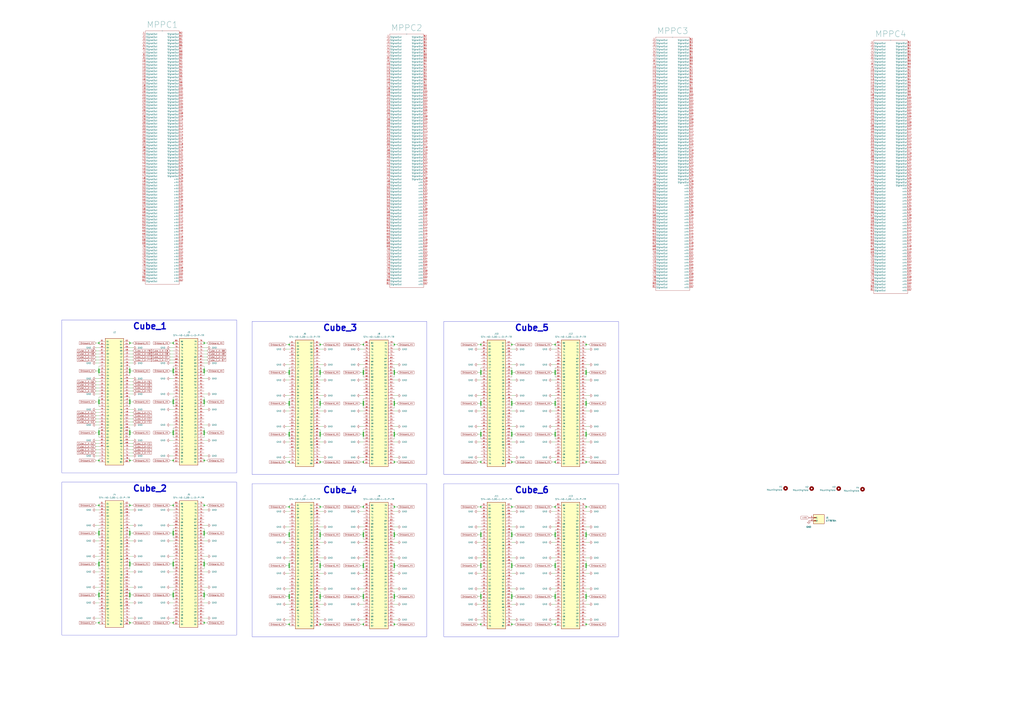
<source format=kicad_sch>
(kicad_sch (version 20231120) (generator "eeschema") (generator_version "8.0")
  (paper "A1")
  (junction (at 106.68 464.82))
  (junction (at 262.89 440.69))
  (junction (at 455.93 439.42))
  (junction (at 323.85 307.34))
  (junction (at 455.93 513.08))
  (junction (at 420.37 330.2))
  (junction (at 298.45 439.42))
  (junction (at 323.85 464.82))
  (junction (at 455.93 355.6))
  (junction (at 455.93 358.14))
  (junction (at 262.89 307.34))
  (junction (at 81.28 331.47))
  (junction (at 394.97 304.8))
  (junction (at 106.68 303.53))
  (junction (at 106.68 331.47))
  (junction (at 455.93 488.95))
  (junction (at 262.89 379.73))
  (junction (at 81.28 488.95))
  (junction (at 481.33 356.87))
  (junction (at 298.45 304.8))
  (junction (at 323.85 490.22))
  (junction (at 262.89 356.87))
  (junction (at 142.24 306.07))
  (junction (at 142.24 303.53))
  (junction (at 262.89 488.95))
  (junction (at 298.45 464.82))
  (junction (at 323.85 331.47))
  (junction (at 323.85 306.07))
  (junction (at 81.28 330.2))
  (junction (at 167.64 281.94))
  (junction (at 81.28 438.15))
  (junction (at 298.45 355.6))
  (junction (at 298.45 330.2))
  (junction (at 481.33 332.74))
  (junction (at 394.97 330.2))
  (junction (at 323.85 440.69))
  (junction (at 481.33 463.55))
  (junction (at 81.28 462.28))
  (junction (at 81.28 464.82))
  (junction (at 106.68 462.28))
  (junction (at 106.68 511.81))
  (junction (at 167.64 378.46))
  (junction (at 142.24 304.8))
  (junction (at 481.33 304.8))
  (junction (at 323.85 283.21))
  (junction (at 262.89 463.55))
  (junction (at 106.68 487.68))
  (junction (at 142.24 331.47))
  (junction (at 323.85 379.73))
  (junction (at 481.33 379.73))
  (junction (at 394.97 439.42))
  (junction (at 394.97 306.07))
  (junction (at 394.97 416.56))
  (junction (at 455.93 440.69))
  (junction (at 323.85 513.08))
  (junction (at 237.49 491.49))
  (junction (at 262.89 466.09))
  (junction (at 394.97 464.82))
  (junction (at 298.45 416.56))
  (junction (at 420.37 332.74))
  (junction (at 167.64 464.82))
  (junction (at 167.64 439.42))
  (junction (at 167.64 488.95))
  (junction (at 106.68 415.29))
  (junction (at 81.28 355.6))
  (junction (at 420.37 331.47))
  (junction (at 455.93 416.56))
  (junction (at 455.93 463.55))
  (junction (at 167.64 511.81))
  (junction (at 262.89 331.47))
  (junction (at 323.85 355.6))
  (junction (at 167.64 304.8))
  (junction (at 142.24 438.15))
  (junction (at 481.33 307.34))
  (junction (at 81.28 303.53))
  (junction (at 81.28 281.94))
  (junction (at 106.68 328.93))
  (junction (at 323.85 488.95))
  (junction (at 262.89 439.42))
  (junction (at 262.89 306.07))
  (junction (at 394.97 513.08))
  (junction (at 167.64 438.15))
  (junction (at 394.97 488.95))
  (junction (at 237.49 488.95))
  (junction (at 455.93 304.8))
  (junction (at 323.85 491.49))
  (junction (at 323.85 330.2))
  (junction (at 81.28 415.29))
  (junction (at 298.45 283.21))
  (junction (at 167.64 490.22))
  (junction (at 167.64 436.88))
  (junction (at 298.45 379.73))
  (junction (at 237.49 330.2))
  (junction (at 323.85 438.15))
  (junction (at 298.45 438.15))
  (junction (at 420.37 283.21))
  (junction (at 481.33 491.49))
  (junction (at 106.68 304.8))
  (junction (at 420.37 438.15))
  (junction (at 262.89 491.49))
  (junction (at 81.28 463.55))
  (junction (at 455.93 356.87))
  (junction (at 237.49 439.42))
  (junction (at 81.28 490.22))
  (junction (at 481.33 490.22))
  (junction (at 455.93 491.49))
  (junction (at 81.28 304.8))
  (junction (at 81.28 378.46))
  (junction (at 394.97 355.6))
  (junction (at 106.68 355.6))
  (junction (at 455.93 330.2))
  (junction (at 394.97 490.22))
  (junction (at 167.64 487.68))
  (junction (at 481.33 440.69))
  (junction (at 420.37 488.95))
  (junction (at 323.85 358.14))
  (junction (at 298.45 491.49))
  (junction (at 237.49 466.09))
  (junction (at 420.37 513.08))
  (junction (at 455.93 283.21))
  (junction (at 420.37 416.56))
  (junction (at 323.85 332.74))
  (junction (at 323.85 416.56))
  (junction (at 262.89 438.15))
  (junction (at 394.97 463.55))
  (junction (at 455.93 490.22))
  (junction (at 106.68 356.87))
  (junction (at 106.68 490.22))
  (junction (at 481.33 306.07))
  (junction (at 298.45 488.95))
  (junction (at 142.24 462.28))
  (junction (at 237.49 306.07))
  (junction (at 298.45 440.69))
  (junction (at 394.97 358.14))
  (junction (at 106.68 354.33))
  (junction (at 81.28 328.93))
  (junction (at 323.85 439.42))
  (junction (at 81.28 354.33))
  (junction (at 455.93 464.82))
  (junction (at 262.89 304.8))
  (junction (at 481.33 331.47))
  (junction (at 323.85 463.55))
  (junction (at 237.49 331.47))
  (junction (at 237.49 307.34))
  (junction (at 455.93 466.09))
  (junction (at 262.89 355.6))
  (junction (at 394.97 379.73))
  (junction (at 167.64 328.93))
  (junction (at 167.64 330.2))
  (junction (at 298.45 307.34))
  (junction (at 106.68 306.07))
  (junction (at 481.33 283.21))
  (junction (at 237.49 438.15))
  (junction (at 323.85 356.87))
  (junction (at 167.64 306.07))
  (junction (at 167.64 355.6))
  (junction (at 394.97 438.15))
  (junction (at 142.24 487.68))
  (junction (at 237.49 513.08))
  (junction (at 394.97 466.09))
  (junction (at 262.89 283.21))
  (junction (at 323.85 466.09))
  (junction (at 142.24 439.42))
  (junction (at 481.33 464.82))
  (junction (at 394.97 283.21))
  (junction (at 455.93 306.07))
  (junction (at 262.89 332.74))
  (junction (at 481.33 466.09))
  (junction (at 106.68 438.15))
  (junction (at 262.89 464.82))
  (junction (at 237.49 463.55))
  (junction (at 167.64 303.53))
  (junction (at 237.49 416.56))
  (junction (at 298.45 306.07))
  (junction (at 142.24 378.46))
  (junction (at 167.64 463.55))
  (junction (at 394.97 332.74))
  (junction (at 142.24 490.22))
  (junction (at 81.28 487.68))
  (junction (at 142.24 281.94))
  (junction (at 298.45 358.14))
  (junction (at 394.97 440.69))
  (junction (at 106.68 436.88))
  (junction (at 420.37 304.8))
  (junction (at 237.49 440.69))
  (junction (at 420.37 379.73))
  (junction (at 481.33 488.95))
  (junction (at 298.45 331.47))
  (junction (at 262.89 358.14))
  (junction (at 481.33 358.14))
  (junction (at 455.93 331.47))
  (junction (at 106.68 463.55))
  (junction (at 81.28 306.07))
  (junction (at 420.37 464.82))
  (junction (at 237.49 283.21))
  (junction (at 142.24 354.33))
  (junction (at 142.24 511.81))
  (junction (at 420.37 463.55))
  (junction (at 481.33 438.15))
  (junction (at 481.33 513.08))
  (junction (at 81.28 436.88))
  (junction (at 394.97 491.49))
  (junction (at 481.33 330.2))
  (junction (at 237.49 490.22))
  (junction (at 420.37 307.34))
  (junction (at 142.24 328.93))
  (junction (at 142.24 464.82))
  (junction (at 481.33 439.42))
  (junction (at 81.28 511.81))
  (junction (at 420.37 306.07))
  (junction (at 455.93 307.34))
  (junction (at 106.68 281.94))
  (junction (at 237.49 355.6))
  (junction (at 481.33 416.56))
  (junction (at 81.28 356.87))
  (junction (at 298.45 332.74))
  (junction (at 420.37 356.87))
  (junction (at 420.37 491.49))
  (junction (at 167.64 331.47))
  (junction (at 106.68 378.46))
  (junction (at 298.45 513.08))
  (junction (at 167.64 356.87))
  (junction (at 237.49 358.14))
  (junction (at 420.37 440.69))
  (junction (at 106.68 488.95))
  (junction (at 420.37 466.09))
  (junction (at 142.24 463.55))
  (junction (at 167.64 462.28))
  (junction (at 142.24 415.29))
  (junction (at 298.45 463.55))
  (junction (at 298.45 356.87))
  (junction (at 420.37 358.14))
  (junction (at 262.89 330.2))
  (junction (at 420.37 355.6))
  (junction (at 323.85 304.8))
  (junction (at 167.64 415.29))
  (junction (at 237.49 464.82))
  (junction (at 394.97 356.87))
  (junction (at 142.24 355.6))
  (junction (at 394.97 307.34))
  (junction (at 298.45 466.09))
  (junction (at 455.93 438.15))
  (junction (at 394.97 331.47))
  (junction (at 142.24 488.95))
  (junction (at 106.68 330.2))
  (junction (at 262.89 416.56))
  (junction (at 262.89 513.08))
  (junction (at 106.68 439.42))
  (junction (at 420.37 439.42))
  (junction (at 237.49 379.73))
  (junction (at 237.49 332.74))
  (junction (at 142.24 330.2))
  (junction (at 262.89 490.22))
  (junction (at 420.37 490.22))
  (junction (at 167.64 354.33))
  (junction (at 81.28 439.42))
  (junction (at 481.33 355.6))
  (junction (at 237.49 356.87))
  (junction (at 455.93 332.74))
  (junction (at 142.24 356.87))
  (junction (at 455.93 379.73))
  (junction (at 142.24 436.88))
  (junction (at 237.49 304.8))
  (junction (at 298.45 490.22))
  (wire (pts (xy 78.74 378.46) (xy 81.28 378.46)))
  (wire (pts (xy 167.64 355.6) (xy 167.64 356.87)))
  (wire (pts (xy 81.28 378.46) (xy 81.28 379.73)))
  (wire (pts (xy 167.64 510.54) (xy 167.64 511.81)))
  (wire (pts (xy 394.97 461.01) (xy 394.97 463.55)))
  (wire (pts (xy 481.33 358.14) (xy 481.33 360.68)))
  (wire (pts (xy 455.93 440.69) (xy 455.93 443.23)))
  (wire (pts (xy 234.95 464.82) (xy 237.49 464.82)))
  (wire (pts (xy 234.95 312.42) (xy 237.49 312.42)))
  (wire (pts (xy 481.33 356.87) (xy 481.33 358.14)))
  (wire (pts (xy 422.91 464.82) (xy 420.37 464.82)))
  (wire (pts (xy 234.95 439.42) (xy 237.49 439.42)))
  (wire (pts (xy 453.39 350.52) (xy 455.93 350.52)))
  (wire (pts (xy 455.93 356.87) (xy 455.93 358.14)))
  (wire (pts (xy 265.43 433.07) (xy 262.89 433.07)))
  (wire (pts (xy 142.24 434.34) (xy 142.24 436.88)))
  (wire (pts (xy 234.95 299.72) (xy 237.49 299.72)))
  (wire (pts (xy 483.87 375.92) (xy 481.33 375.92)))
  (wire (pts (xy 167.64 485.14) (xy 167.64 487.68)))
  (wire (pts (xy 326.39 306.07) (xy 323.85 306.07)))
  (wire (pts (xy 139.7 311.15) (xy 142.24 311.15)))
  (wire (pts (xy 420.37 486.41) (xy 420.37 488.95)))
  (wire (pts (xy 106.68 464.82) (xy 106.68 467.36)))
  (wire (pts (xy 109.22 444.5) (xy 106.68 444.5)))
  (wire (pts (xy 142.24 330.2) (xy 142.24 331.47)))
  (wire (pts (xy 78.74 372.11) (xy 81.28 372.11)))
  (wire (pts (xy 81.28 436.88) (xy 81.28 438.15)))
  (wire (pts (xy 78.74 346.71) (xy 81.28 346.71)))
  (wire (pts (xy 481.33 283.21) (xy 481.33 281.94)))
  (wire (pts (xy 81.28 438.15) (xy 81.28 439.42)))
  (wire (pts (xy 392.43 375.92) (xy 394.97 375.92)))
  (wire (pts (xy 420.37 306.07) (xy 420.37 307.34)))
  (wire (pts (xy 481.33 307.34) (xy 481.33 309.88)))
  (wire (pts (xy 455.93 490.22) (xy 455.93 491.49)))
  (wire (pts (xy 455.93 461.01) (xy 455.93 463.55)))
  (wire (pts (xy 142.24 281.94) (xy 142.24 280.67)))
  (wire (pts (xy 78.74 457.2) (xy 81.28 457.2)))
  (wire (pts (xy 109.22 285.75) (xy 106.68 285.75)))
  (wire (pts (xy 298.45 464.82) (xy 298.45 466.09)))
  (wire (pts (xy 109.22 374.65) (xy 106.68 374.65)))
  (wire (pts (xy 323.85 435.61) (xy 323.85 438.15)))
  (wire (pts (xy 167.64 331.47) (xy 167.64 334.01)))
  (wire (pts (xy 106.68 356.87) (xy 106.68 359.41)))
  (wire (pts (xy 237.49 511.81) (xy 237.49 513.08)))
  (wire (pts (xy 81.28 439.42) (xy 81.28 441.96)))
  (wire (pts (xy 295.91 363.22) (xy 298.45 363.22)))
  (wire (pts (xy 323.85 488.95) (xy 323.85 490.22)))
  (wire (pts (xy 453.39 439.42) (xy 455.93 439.42)))
  (wire (pts (xy 420.37 358.14) (xy 420.37 360.68)))
  (wire (pts (xy 453.39 379.73) (xy 455.93 379.73)))
  (wire (pts (xy 323.85 331.47) (xy 323.85 332.74)))
  (wire (pts (xy 142.24 356.87) (xy 142.24 359.41)))
  (wire (pts (xy 167.64 354.33) (xy 167.64 355.6)))
  (wire (pts (xy 139.7 298.45) (xy 142.24 298.45)))
  (wire (pts (xy 453.39 337.82) (xy 455.93 337.82)))
  (wire (pts (xy 394.97 306.07) (xy 394.97 307.34)))
  (wire (pts (xy 298.45 466.09) (xy 298.45 468.63)))
  (wire (pts (xy 422.91 299.72) (xy 420.37 299.72)))
  (wire (pts (xy 265.43 464.82) (xy 262.89 464.82)))
  (wire (pts (xy 326.39 439.42) (xy 323.85 439.42)))
  (wire (pts (xy 142.24 351.79) (xy 142.24 354.33)))
  (wire (pts (xy 234.95 490.22) (xy 237.49 490.22)))
  (wire (pts (xy 142.24 438.15) (xy 142.24 439.42)))
  (wire (pts (xy 295.91 287.02) (xy 298.45 287.02)))
  (wire (pts (xy 78.74 298.45) (xy 81.28 298.45)))
  (wire (pts (xy 298.45 488.95) (xy 298.45 490.22)))
  (wire (pts (xy 394.97 283.21) (xy 394.97 281.94)))
  (wire (pts (xy 455.93 466.09) (xy 455.93 468.63)))
  (wire (pts (xy 78.74 361.95) (xy 81.28 361.95)))
  (wire (pts (xy 237.49 353.06) (xy 237.49 355.6)))
  (wire (pts (xy 78.74 313.69) (xy 81.28 313.69)))
  (wire (pts (xy 295.91 458.47) (xy 298.45 458.47)))
  (wire (pts (xy 106.68 351.79) (xy 106.68 354.33)))
  (wire (pts (xy 142.24 415.29) (xy 142.24 416.56)))
  (wire (pts (xy 394.97 416.56) (xy 394.97 415.29)))
  (wire (pts (xy 295.91 331.47) (xy 298.45 331.47)))
  (wire (pts (xy 167.64 488.95) (xy 167.64 490.22)))
  (wire (pts (xy 483.87 356.87) (xy 481.33 356.87)))
  (wire (pts (xy 481.33 302.26) (xy 481.33 304.8)))
  (wire (pts (xy 106.68 281.94) (xy 106.68 283.21)))
  (wire (pts (xy 262.89 435.61) (xy 262.89 438.15)))
  (wire (pts (xy 481.33 416.56) (xy 481.33 417.83)))
  (wire (pts (xy 167.64 351.79) (xy 167.64 354.33)))
  (wire (pts (xy 78.74 318.77) (xy 81.28 318.77)))
  (wire (pts (xy 237.49 463.55) (xy 237.49 464.82)))
  (wire (pts (xy 455.93 358.14) (xy 455.93 360.68)))
  (wire (pts (xy 234.95 458.47) (xy 237.49 458.47)))
  (wire (pts (xy 234.95 433.07) (xy 237.49 433.07)))
  (wire (pts (xy 262.89 355.6) (xy 262.89 356.87)))
  (wire (pts (xy 420.37 461.01) (xy 420.37 463.55)))
  (wire (pts (xy 167.64 356.87) (xy 167.64 359.41)))
  (wire (pts (xy 237.49 378.46) (xy 237.49 379.73)))
  (wire (pts (xy 167.64 378.46) (xy 167.64 379.73)))
  (wire (pts (xy 234.95 331.47) (xy 237.49 331.47)))
  (wire (pts (xy 453.39 496.57) (xy 455.93 496.57)))
  (wire (pts (xy 78.74 293.37) (xy 81.28 293.37)))
  (wire (pts (xy 483.87 337.82) (xy 481.33 337.82)))
  (wire (pts (xy 323.85 355.6) (xy 323.85 356.87)))
  (wire (pts (xy 326.39 375.92) (xy 323.85 375.92)))
  (wire (pts (xy 139.7 511.81) (xy 142.24 511.81)))
  (wire (pts (xy 481.33 378.46) (xy 481.33 379.73)))
  (wire (pts (xy 170.18 508) (xy 167.64 508)))
  (wire (pts (xy 167.64 436.88) (xy 167.64 438.15)))
  (wire (pts (xy 295.91 325.12) (xy 298.45 325.12)))
  (wire (pts (xy 142.24 331.47) (xy 142.24 334.01)))
  (wire (pts (xy 142.24 485.14) (xy 142.24 487.68)))
  (wire (pts (xy 453.39 312.42) (xy 455.93 312.42)))
  (wire (pts (xy 298.45 304.8) (xy 298.45 306.07)))
  (wire (pts (xy 109.22 361.95) (xy 106.68 361.95)))
  (wire (pts (xy 481.33 463.55) (xy 481.33 464.82)))
  (wire (pts (xy 167.64 511.81) (xy 167.64 513.08)))
  (wire (pts (xy 170.18 336.55) (xy 167.64 336.55)))
  (wire (pts (xy 81.28 487.68) (xy 81.28 488.95)))
  (wire (pts (xy 481.33 488.95) (xy 481.33 490.22)))
  (wire (pts (xy 265.43 306.07) (xy 262.89 306.07)))
  (wire (pts (xy 298.45 327.66) (xy 298.45 330.2)))
  (wire (pts (xy 392.43 483.87) (xy 394.97 483.87)))
  (wire (pts (xy 170.18 511.81) (xy 167.64 511.81)))
  (wire (pts (xy 106.68 290.83) (xy 109.22 290.83)))
  (wire (pts (xy 392.43 325.12) (xy 394.97 325.12)))
  (wire (pts (xy 237.49 302.26) (xy 237.49 304.8)))
  (wire (pts (xy 81.28 464.82) (xy 81.28 467.36)))
  (wire (pts (xy 139.7 285.75) (xy 142.24 285.75)))
  (wire (pts (xy 298.45 358.14) (xy 298.45 360.68)))
  (wire (pts (xy 323.85 327.66) (xy 323.85 330.2)))
  (wire (pts (xy 170.18 281.94) (xy 167.64 281.94)))
  (wire (pts (xy 420.37 416.56) (xy 420.37 417.83)))
  (wire (pts (xy 106.68 346.71) (xy 109.22 346.71)))
  (wire (pts (xy 142.24 462.28) (xy 142.24 463.55)))
  (wire (pts (xy 392.43 416.56) (xy 394.97 416.56)))
  (wire (pts (xy 234.95 350.52) (xy 237.49 350.52)))
  (wire (pts (xy 106.68 288.29) (xy 109.22 288.29)))
  (wire (pts (xy 392.43 287.02) (xy 394.97 287.02)))
  (wire (pts (xy 422.91 496.57) (xy 420.37 496.57)))
  (wire (pts (xy 298.45 439.42) (xy 298.45 440.69)))
  (wire (pts (xy 420.37 356.87) (xy 420.37 358.14)))
  (wire (pts (xy 237.49 486.41) (xy 237.49 488.95)))
  (wire (pts (xy 420.37 307.34) (xy 420.37 309.88)))
  (wire (pts (xy 167.64 463.55) (xy 167.64 464.82)))
  (wire (pts (xy 142.24 354.33) (xy 142.24 355.6)))
  (wire (pts (xy 295.91 312.42) (xy 298.45 312.42)))
  (wire (pts (xy 392.43 337.82) (xy 394.97 337.82)))
  (wire (pts (xy 167.64 295.91) (xy 170.18 295.91)))
  (wire (pts (xy 394.97 379.73) (xy 394.97 381)))
  (wire (pts (xy 78.74 344.17) (xy 81.28 344.17)))
  (wire (pts (xy 262.89 358.14) (xy 262.89 360.68)))
  (wire (pts (xy 167.64 281.94) (xy 167.64 280.67)))
  (wire (pts (xy 394.97 438.15) (xy 394.97 439.42)))
  (wire (pts (xy 392.43 509.27) (xy 394.97 509.27)))
  (wire (pts (xy 481.33 491.49) (xy 481.33 494.03)))
  (wire (pts (xy 455.93 327.66) (xy 455.93 330.2)))
  (wire (pts (xy 170.18 444.5) (xy 167.64 444.5)))
  (wire (pts (xy 323.85 353.06) (xy 323.85 355.6)))
  (wire (pts (xy 483.87 350.52) (xy 481.33 350.52)))
  (wire (pts (xy 170.18 323.85) (xy 167.64 323.85)))
  (wire (pts (xy 78.74 482.6) (xy 81.28 482.6)))
  (wire (pts (xy 237.49 358.14) (xy 237.49 360.68)))
  (wire (pts (xy 142.24 510.54) (xy 142.24 511.81)))
  (wire (pts (xy 237.49 416.56) (xy 237.49 417.83)))
  (wire (pts (xy 265.43 299.72) (xy 262.89 299.72)))
  (wire (pts (xy 422.91 283.21) (xy 420.37 283.21)))
  (wire (pts (xy 481.33 306.07) (xy 481.33 307.34)))
  (wire (pts (xy 323.85 378.46) (xy 323.85 379.73)))
  (wire (pts (xy 237.49 304.8) (xy 237.49 306.07)))
  (wire (pts (xy 81.28 415.29) (xy 81.28 414.02)))
  (wire (pts (xy 106.68 485.14) (xy 106.68 487.68)))
  (wire (pts (xy 394.97 416.56) (xy 394.97 417.83)))
  (wire (pts (xy 106.68 339.09) (xy 109.22 339.09)))
  (wire (pts (xy 81.28 415.29) (xy 81.28 416.56)))
  (wire (pts (xy 262.89 327.66) (xy 262.89 330.2)))
  (wire (pts (xy 323.85 513.08) (xy 323.85 514.35)))
  (wire (pts (xy 298.45 353.06) (xy 298.45 355.6)))
  (wire (pts (xy 455.93 435.61) (xy 455.93 438.15)))
  (wire (pts (xy 106.68 462.28) (xy 106.68 463.55)))
  (wire (pts (xy 139.7 295.91) (xy 142.24 295.91)))
  (wire (pts (xy 106.68 511.81) (xy 106.68 513.08)))
  (wire (pts (xy 106.68 303.53) (xy 106.68 304.8)))
  (wire (pts (xy 106.68 281.94) (xy 106.68 280.67)))
  (wire (pts (xy 420.37 464.82) (xy 420.37 466.09)))
  (wire (pts (xy 420.37 355.6) (xy 420.37 356.87)))
  (wire (pts (xy 422.91 445.77) (xy 420.37 445.77)))
  (wire (pts (xy 394.97 331.47) (xy 394.97 332.74)))
  (wire (pts (xy 326.39 483.87) (xy 323.85 483.87)))
  (wire (pts (xy 326.39 325.12) (xy 323.85 325.12)))
  (wire (pts (xy 234.95 325.12) (xy 237.49 325.12)))
  (wire (pts (xy 170.18 311.15) (xy 167.64 311.15)))
  (wire (pts (xy 453.39 471.17) (xy 455.93 471.17)))
  (wire (pts (xy 453.39 490.22) (xy 455.93 490.22)))
  (wire (pts (xy 326.39 496.57) (xy 323.85 496.57)))
  (wire (pts (xy 420.37 440.69) (xy 420.37 443.23)))
  (wire (pts (xy 139.7 495.3) (xy 142.24 495.3)))
  (wire (pts (xy 455.93 438.15) (xy 455.93 439.42)))
  (wire (pts (xy 326.39 331.47) (xy 323.85 331.47)))
  (wire (pts (xy 167.64 462.28) (xy 167.64 463.55)))
  (wire (pts (xy 420.37 378.46) (xy 420.37 379.73)))
  (wire (pts (xy 265.43 496.57) (xy 262.89 496.57)))
  (wire (pts (xy 167.64 326.39) (xy 167.64 328.93)))
  (wire (pts (xy 81.28 281.94) (xy 81.28 280.67)))
  (wire (pts (xy 295.91 496.57) (xy 298.45 496.57)))
  (wire (pts (xy 298.45 355.6) (xy 298.45 356.87)))
  (wire (pts (xy 170.18 488.95) (xy 167.64 488.95)))
  (wire (pts (xy 453.39 287.02) (xy 455.93 287.02)))
  (wire (pts (xy 142.24 436.88) (xy 142.24 438.15)))
  (wire (pts (xy 78.74 285.75) (xy 81.28 285.75)))
  (wire (pts (xy 483.87 363.22) (xy 481.33 363.22)))
  (wire (pts (xy 326.39 337.82) (xy 323.85 337.82)))
  (wire (pts (xy 265.43 379.73) (xy 262.89 379.73)))
  (wire (pts (xy 453.39 416.56) (xy 455.93 416.56)))
  (wire (pts (xy 81.28 355.6) (xy 81.28 356.87)))
  (wire (pts (xy 265.43 490.22) (xy 262.89 490.22)))
  (wire (pts (xy 483.87 306.07) (xy 481.33 306.07)))
  (wire (pts (xy 78.74 369.57) (xy 81.28 369.57)))
  (wire (pts (xy 455.93 302.26) (xy 455.93 304.8)))
  (wire (pts (xy 298.45 416.56) (xy 298.45 417.83)))
  (wire (pts (xy 422.91 331.47) (xy 420.37 331.47)))
  (wire (pts (xy 420.37 466.09) (xy 420.37 468.63)))
  (wire (pts (xy 81.28 459.74) (xy 81.28 462.28)))
  (wire (pts (xy 167.64 293.37) (xy 170.18 293.37)))
  (wire (pts (xy 78.74 341.63) (xy 81.28 341.63)))
  (wire (pts (xy 237.49 490.22) (xy 237.49 491.49)))
  (wire (pts (xy 78.74 511.81) (xy 81.28 511.81)))
  (wire (pts (xy 392.43 458.47) (xy 394.97 458.47)))
  (wire (pts (xy 81.28 304.8) (xy 81.28 306.07)))
  (wire (pts (xy 78.74 495.3) (xy 81.28 495.3)))
  (wire (pts (xy 142.24 328.93) (xy 142.24 330.2)))
  (wire (pts (xy 142.24 415.29) (xy 142.24 414.02)))
  (wire (pts (xy 262.89 439.42) (xy 262.89 440.69)))
  (wire (pts (xy 234.95 287.02) (xy 237.49 287.02)))
  (wire (pts (xy 262.89 283.21) (xy 262.89 281.94)))
  (wire (pts (xy 455.93 416.56) (xy 455.93 417.83)))
  (wire (pts (xy 481.33 355.6) (xy 481.33 356.87)))
  (wire (pts (xy 139.7 469.9) (xy 142.24 469.9)))
  (wire (pts (xy 394.97 378.46) (xy 394.97 379.73)))
  (wire (pts (xy 453.39 325.12) (xy 455.93 325.12)))
  (wire (pts (xy 78.74 374.65) (xy 81.28 374.65)))
  (wire (pts (xy 139.7 374.65) (xy 142.24 374.65)))
  (wire (pts (xy 106.68 330.2) (xy 106.68 331.47)))
  (wire (pts (xy 139.7 336.55) (xy 142.24 336.55)))
  (wire (pts (xy 326.39 509.27) (xy 323.85 509.27)))
  (wire (pts (xy 483.87 420.37) (xy 481.33 420.37)))
  (wire (pts (xy 323.85 283.21) (xy 323.85 281.94)))
  (wire (pts (xy 234.95 420.37) (xy 237.49 420.37)))
  (wire (pts (xy 455.93 513.08) (xy 455.93 514.35)))
  (wire (pts (xy 323.85 511.81) (xy 323.85 513.08)))
  (wire (pts (xy 323.85 466.09) (xy 323.85 468.63)))
  (wire (pts (xy 422.91 363.22) (xy 420.37 363.22)))
  (wire (pts (xy 481.33 438.15) (xy 481.33 439.42)))
  (wire (pts (xy 262.89 486.41) (xy 262.89 488.95)))
  (wire (pts (xy 422.91 325.12) (xy 420.37 325.12)))
  (wire (pts (xy 237.49 332.74) (xy 237.49 335.28)))
  (wire (pts (xy 170.18 469.9) (xy 167.64 469.9)))
  (wire (pts (xy 139.7 288.29) (xy 142.24 288.29)))
  (wire (pts (xy 78.74 323.85) (xy 81.28 323.85)))
  (wire (pts (xy 237.49 464.82) (xy 237.49 466.09)))
  (wire (pts (xy 265.43 331.47) (xy 262.89 331.47)))
  (wire (pts (xy 481.33 283.21) (xy 481.33 284.48)))
  (wire (pts (xy 109.22 495.3) (xy 106.68 495.3)))
  (wire (pts (xy 455.93 330.2) (xy 455.93 331.47)))
  (wire (pts (xy 420.37 435.61) (xy 420.37 438.15)))
  (wire (pts (xy 298.45 438.15) (xy 298.45 439.42)))
  (wire (pts (xy 167.64 490.22) (xy 167.64 492.76)))
  (wire (pts (xy 298.45 486.41) (xy 298.45 488.95)))
  (wire (pts (xy 422.91 312.42) (xy 420.37 312.42)))
  (wire (pts (xy 323.85 358.14) (xy 323.85 360.68)))
  (wire (pts (xy 142.24 306.07) (xy 142.24 308.61)))
  (wire (pts (xy 139.7 293.37) (xy 142.24 293.37)))
  (wire (pts (xy 106.68 306.07) (xy 106.68 308.61)))
  (wire (pts (xy 295.91 283.21) (xy 298.45 283.21)))
  (wire (pts (xy 455.93 463.55) (xy 455.93 464.82)))
  (wire (pts (xy 139.7 508) (xy 142.24 508)))
  (wire (pts (xy 106.68 354.33) (xy 106.68 355.6)))
  (wire (pts (xy 326.39 471.17) (xy 323.85 471.17)))
  (wire (pts (xy 455.93 283.21) (xy 455.93 284.48)))
  (wire (pts (xy 481.33 439.42) (xy 481.33 440.69)))
  (wire (pts (xy 78.74 288.29) (xy 81.28 288.29)))
  (wire (pts (xy 481.33 513.08) (xy 481.33 514.35)))
  (wire (pts (xy 483.87 458.47) (xy 481.33 458.47)))
  (wire (pts (xy 106.68 378.46) (xy 106.68 379.73)))
  (wire (pts (xy 295.91 433.07) (xy 298.45 433.07)))
  (wire (pts (xy 237.49 435.61) (xy 237.49 438.15)))
  (wire (pts (xy 237.49 331.47) (xy 237.49 332.74)))
  (wire (pts (xy 170.18 415.29) (xy 167.64 415.29)))
  (wire (pts (xy 106.68 369.57) (xy 109.22 369.57)))
  (wire (pts (xy 170.18 482.6) (xy 167.64 482.6)))
  (wire (pts (xy 422.91 490.22) (xy 420.37 490.22)))
  (wire (pts (xy 106.68 367.03) (xy 109.22 367.03)))
  (wire (pts (xy 142.24 511.81) (xy 142.24 513.08)))
  (wire (pts (xy 262.89 461.01) (xy 262.89 463.55)))
  (wire (pts (xy 392.43 331.47) (xy 394.97 331.47)))
  (wire (pts (xy 78.74 488.95) (xy 81.28 488.95)))
  (wire (pts (xy 262.89 331.47) (xy 262.89 332.74)))
  (wire (pts (xy 323.85 332.74) (xy 323.85 335.28)))
  (wire (pts (xy 298.45 378.46) (xy 298.45 379.73)))
  (wire (pts (xy 455.93 304.8) (xy 455.93 306.07)))
  (wire (pts (xy 262.89 332.74) (xy 262.89 335.28)))
  (wire (pts (xy 326.39 299.72) (xy 323.85 299.72)))
  (wire (pts (xy 455.93 488.95) (xy 455.93 490.22)))
  (wire (pts (xy 139.7 304.8) (xy 142.24 304.8)))
  (wire (pts (xy 142.24 439.42) (xy 142.24 441.96)))
  (wire (pts (xy 81.28 281.94) (xy 81.28 283.21)))
  (wire (pts (xy 234.95 496.57) (xy 237.49 496.57)))
  (wire (pts (xy 109.22 419.1) (xy 106.68 419.1)))
  (wire (pts (xy 422.91 416.56) (xy 420.37 416.56)))
  (wire (pts (xy 481.33 327.66) (xy 481.33 330.2)))
  (wire (pts (xy 142.24 488.95) (xy 142.24 490.22)))
  (wire (pts (xy 323.85 416.56) (xy 323.85 417.83)))
  (wire (pts (xy 167.64 303.53) (xy 167.64 304.8)))
  (wire (pts (xy 420.37 283.21) (xy 420.37 284.48)))
  (wire (pts (xy 262.89 283.21) (xy 262.89 284.48)))
  (wire (pts (xy 78.74 367.03) (xy 81.28 367.03)))
  (wire (pts (xy 109.22 298.45) (xy 106.68 298.45)))
  (wire (pts (xy 483.87 299.72) (xy 481.33 299.72)))
  (wire (pts (xy 420.37 353.06) (xy 420.37 355.6)))
  (wire (pts (xy 139.7 438.15) (xy 142.24 438.15)))
  (wire (pts (xy 323.85 461.01) (xy 323.85 463.55)))
  (wire (pts (xy 109.22 323.85) (xy 106.68 323.85)))
  (wire (pts (xy 139.7 444.5) (xy 142.24 444.5)))
  (wire (pts (xy 109.22 482.6) (xy 106.68 482.6)))
  (wire (pts (xy 106.68 463.55) (xy 106.68 464.82)))
  (wire (pts (xy 167.64 377.19) (xy 167.64 378.46)))
  (wire (pts (xy 81.28 463.55) (xy 81.28 464.82)))
  (wire (pts (xy 420.37 491.49) (xy 420.37 494.03)))
  (wire (pts (xy 170.18 457.2) (xy 167.64 457.2)))
  (wire (pts (xy 455.93 491.49) (xy 455.93 494.03)))
  (wire (pts (xy 262.89 306.07) (xy 262.89 307.34)))
  (wire (pts (xy 455.93 486.41) (xy 455.93 488.95)))
  (wire (pts (xy 453.39 299.72) (xy 455.93 299.72)))
  (wire (pts (xy 394.97 332.74) (xy 394.97 335.28)))
  (wire (pts (xy 109.22 511.81) (xy 106.68 511.81)))
  (wire (pts (xy 78.74 508) (xy 81.28 508)))
  (wire (pts (xy 295.91 445.77) (xy 298.45 445.77)))
  (wire (pts (xy 109.22 463.55) (xy 106.68 463.55)))
  (wire (pts (xy 109.22 281.94) (xy 106.68 281.94)))
  (wire (pts (xy 81.28 434.34) (xy 81.28 436.88)))
  (wire (pts (xy 109.22 431.8) (xy 106.68 431.8)))
  (wire (pts (xy 106.68 434.34) (xy 106.68 436.88)))
  (wire (pts (xy 106.68 436.88) (xy 106.68 438.15)))
  (wire (pts (xy 265.43 337.82) (xy 262.89 337.82)))
  (wire (pts (xy 265.43 312.42) (xy 262.89 312.42)))
  (wire (pts (xy 392.43 496.57) (xy 394.97 496.57)))
  (wire (pts (xy 234.95 416.56) (xy 237.49 416.56)))
  (wire (pts (xy 106.68 300.99) (xy 106.68 303.53)))
  (wire (pts (xy 422.91 287.02) (xy 420.37 287.02)))
  (wire (pts (xy 481.33 490.22) (xy 481.33 491.49)))
  (wire (pts (xy 167.64 288.29) (xy 170.18 288.29)))
  (wire (pts (xy 295.91 471.17) (xy 298.45 471.17)))
  (wire (pts (xy 142.24 326.39) (xy 142.24 328.93)))
  (wire (pts (xy 323.85 463.55) (xy 323.85 464.82)))
  (wire (pts (xy 237.49 438.15) (xy 237.49 439.42)))
  (wire (pts (xy 170.18 330.2) (xy 167.64 330.2)))
  (wire (pts (xy 326.39 356.87) (xy 323.85 356.87)))
  (wire (pts (xy 142.24 304.8) (xy 142.24 306.07)))
  (wire (pts (xy 392.43 464.82) (xy 394.97 464.82)))
  (wire (pts (xy 234.95 445.77) (xy 237.49 445.77)))
  (wire (pts (xy 262.89 438.15) (xy 262.89 439.42)))
  (wire (pts (xy 453.39 356.87) (xy 455.93 356.87)))
  (wire (pts (xy 453.39 375.92) (xy 455.93 375.92)))
  (wire (pts (xy 392.43 356.87) (xy 394.97 356.87)))
  (wire (pts (xy 262.89 513.08) (xy 262.89 514.35)))
  (wire (pts (xy 298.45 490.22) (xy 298.45 491.49)))
  (wire (pts (xy 481.33 486.41) (xy 481.33 488.95)))
  (wire (pts (xy 392.43 433.07) (xy 394.97 433.07)))
  (wire (pts (xy 483.87 471.17) (xy 481.33 471.17)))
  (wire (pts (xy 78.74 444.5) (xy 81.28 444.5)))
  (wire (pts (xy 420.37 490.22) (xy 420.37 491.49)))
  (wire (pts (xy 326.39 283.21) (xy 323.85 283.21)))
  (wire (pts (xy 420.37 331.47) (xy 420.37 332.74)))
  (wire (pts (xy 139.7 330.2) (xy 142.24 330.2)))
  (wire (pts (xy 234.95 379.73) (xy 237.49 379.73)))
  (wire (pts (xy 323.85 302.26) (xy 323.85 304.8)))
  (wire (pts (xy 420.37 302.26) (xy 420.37 304.8)))
  (wire (pts (xy 81.28 488.95) (xy 81.28 490.22)))
  (wire (pts (xy 265.43 458.47) (xy 262.89 458.47)))
  (wire (pts (xy 483.87 490.22) (xy 481.33 490.22)))
  (wire (pts (xy 394.97 355.6) (xy 394.97 356.87)))
  (wire (pts (xy 323.85 464.82) (xy 323.85 466.09)))
  (wire (pts (xy 422.91 509.27) (xy 420.37 509.27)))
  (wire (pts (xy 481.33 440.69) (xy 481.33 443.23)))
  (wire (pts (xy 420.37 438.15) (xy 420.37 439.42)))
  (wire (pts (xy 323.85 379.73) (xy 323.85 381)))
  (wire (pts (xy 170.18 285.75) (xy 167.64 285.75)))
  (wire (pts (xy 326.39 513.08) (xy 323.85 513.08)))
  (wire (pts (xy 483.87 416.56) (xy 481.33 416.56)))
  (wire (pts (xy 106.68 293.37) (xy 109.22 293.37)))
  (wire (pts (xy 422.91 306.07) (xy 420.37 306.07)))
  (wire (pts (xy 295.91 483.87) (xy 298.45 483.87)))
  (wire (pts (xy 81.28 330.2) (xy 81.28 331.47)))
  (wire (pts (xy 392.43 306.07) (xy 394.97 306.07)))
  (wire (pts (xy 455.93 464.82) (xy 455.93 466.09)))
  (wire (pts (xy 394.97 283.21) (xy 394.97 284.48)))
  (wire (pts (xy 81.28 377.19) (xy 81.28 378.46)))
  (wire (pts (xy 453.39 433.07) (xy 455.93 433.07)))
  (wire (pts (xy 298.45 283.21) (xy 298.45 281.94)))
  (wire (pts (xy 139.7 349.25) (xy 142.24 349.25)))
  (wire (pts (xy 170.18 298.45) (xy 167.64 298.45)))
  (wire (pts (xy 422.91 471.17) (xy 420.37 471.17)))
  (wire (pts (xy 394.97 330.2) (xy 394.97 331.47)))
  (wire (pts (xy 81.28 354.33) (xy 81.28 355.6)))
  (wire (pts (xy 323.85 490.22) (xy 323.85 491.49)))
  (wire (pts (xy 422.91 439.42) (xy 420.37 439.42)))
  (wire (pts (xy 262.89 353.06) (xy 262.89 355.6)))
  (wire (pts (xy 234.95 483.87) (xy 237.49 483.87)))
  (wire (pts (xy 262.89 491.49) (xy 262.89 494.03)))
  (wire (pts (xy 394.97 358.14) (xy 394.97 360.68)))
  (wire (pts (xy 453.39 331.47) (xy 455.93 331.47)))
  (wire (pts (xy 392.43 363.22) (xy 394.97 363.22)))
  (wire (pts (xy 78.74 415.29) (xy 81.28 415.29)))
  (wire (pts (xy 455.93 355.6) (xy 455.93 356.87)))
  (wire (pts (xy 420.37 416.56) (xy 420.37 415.29)))
  (wire (pts (xy 298.45 491.49) (xy 298.45 494.03)))
  (wire (pts (xy 298.45 511.81) (xy 298.45 513.08)))
  (wire (pts (xy 170.18 349.25) (xy 167.64 349.25)))
  (wire (pts (xy 142.24 303.53) (xy 142.24 304.8)))
  (wire (pts (xy 81.28 462.28) (xy 81.28 463.55)))
  (wire (pts (xy 170.18 361.95) (xy 167.64 361.95)))
  (wire (pts (xy 298.45 513.08) (xy 298.45 514.35)))
  (wire (pts (xy 167.64 415.29) (xy 167.64 414.02)))
  (wire (pts (xy 167.64 415.29) (xy 167.64 416.56)))
  (wire (pts (xy 142.24 378.46) (xy 142.24 379.73)))
  (wire (pts (xy 262.89 490.22) (xy 262.89 491.49)))
  (wire (pts (xy 167.64 290.83) (xy 170.18 290.83)))
  (wire (pts (xy 326.39 458.47) (xy 323.85 458.47)))
  (wire (pts (xy 139.7 355.6) (xy 142.24 355.6)))
  (wire (pts (xy 78.74 330.2) (xy 81.28 330.2)))
  (wire (pts (xy 483.87 439.42) (xy 481.33 439.42)))
  (wire (pts (xy 262.89 416.56) (xy 262.89 415.29)))
  (wire (pts (xy 422.91 433.07) (xy 420.37 433.07)))
  (wire (pts (xy 420.37 439.42) (xy 420.37 440.69)))
  (wire (pts (xy 170.18 431.8) (xy 167.64 431.8)))
  (wire (pts (xy 78.74 336.55) (xy 81.28 336.55)))
  (wire (pts (xy 109.22 438.15) (xy 106.68 438.15)))
  (wire (pts (xy 481.33 304.8) (xy 481.33 306.07)))
  (wire (pts (xy 298.45 306.07) (xy 298.45 307.34)))
  (wire (pts (xy 481.33 330.2) (xy 481.33 331.47)))
  (wire (pts (xy 422.91 458.47) (xy 420.37 458.47)))
  (wire (pts (xy 483.87 513.08) (xy 481.33 513.08)))
  (wire (pts (xy 139.7 281.94) (xy 142.24 281.94)))
  (wire (pts (xy 420.37 513.08) (xy 420.37 514.35)))
  (wire (pts (xy 420.37 283.21) (xy 420.37 281.94)))
  (wire (pts (xy 392.43 299.72) (xy 394.97 299.72)))
  (wire (pts (xy 394.97 491.49) (xy 394.97 494.03)))
  (wire (pts (xy 81.28 511.81) (xy 81.28 513.08)))
  (wire (pts (xy 483.87 445.77) (xy 481.33 445.77)))
  (wire (pts (xy 422.91 420.37) (xy 420.37 420.37)))
  (wire (pts (xy 78.74 349.25) (xy 81.28 349.25)))
  (wire (pts (xy 483.87 483.87) (xy 481.33 483.87)))
  (wire (pts (xy 298.45 461.01) (xy 298.45 463.55)))
  (wire (pts (xy 167.64 304.8) (xy 167.64 306.07)))
  (wire (pts (xy 109.22 355.6) (xy 106.68 355.6)))
  (wire (pts (xy 422.91 375.92) (xy 420.37 375.92)))
  (wire (pts (xy 262.89 511.81) (xy 262.89 513.08)))
  (wire (pts (xy 106.68 344.17) (xy 109.22 344.17)))
  (wire (pts (xy 453.39 306.07) (xy 455.93 306.07)))
  (wire (pts (xy 455.93 306.07) (xy 455.93 307.34)))
  (wire (pts (xy 394.97 464.82) (xy 394.97 466.09)))
  (wire (pts (xy 394.97 439.42) (xy 394.97 440.69)))
  (wire (pts (xy 265.43 509.27) (xy 262.89 509.27)))
  (wire (pts (xy 139.7 419.1) (xy 142.24 419.1)))
  (wire (pts (xy 81.28 510.54) (xy 81.28 511.81)))
  (wire (pts (xy 234.95 509.27) (xy 237.49 509.27)))
  (wire (pts (xy 78.74 355.6) (xy 81.28 355.6)))
  (wire (pts (xy 455.93 307.34) (xy 455.93 309.88)))
  (wire (pts (xy 394.97 353.06) (xy 394.97 355.6)))
  (wire (pts (xy 237.49 416.56) (xy 237.49 415.29)))
  (wire (pts (xy 295.91 420.37) (xy 298.45 420.37)))
  (wire (pts (xy 139.7 415.29) (xy 142.24 415.29)))
  (wire (pts (xy 262.89 304.8) (xy 262.89 306.07)))
  (wire (pts (xy 453.39 445.77) (xy 455.93 445.77)))
  (wire (pts (xy 237.49 466.09) (xy 237.49 468.63)))
  (wire (pts (xy 262.89 463.55) (xy 262.89 464.82)))
  (wire (pts (xy 455.93 353.06) (xy 455.93 355.6)))
  (wire (pts (xy 455.93 332.74) (xy 455.93 335.28)))
  (wire (pts (xy 392.43 439.42) (xy 394.97 439.42)))
  (wire (pts (xy 295.91 509.27) (xy 298.45 509.27)))
  (wire (pts (xy 142.24 463.55) (xy 142.24 464.82)))
  (wire (pts (xy 139.7 463.55) (xy 142.24 463.55)))
  (wire (pts (xy 170.18 463.55) (xy 167.64 463.55)))
  (wire (pts (xy 106.68 487.68) (xy 106.68 488.95)))
  (wire (pts (xy 265.43 483.87) (xy 262.89 483.87)))
  (wire (pts (xy 265.43 363.22) (xy 262.89 363.22)))
  (wire (pts (xy 265.43 445.77) (xy 262.89 445.77)))
  (wire (pts (xy 392.43 490.22) (xy 394.97 490.22)))
  (wire (pts (xy 295.91 464.82) (xy 298.45 464.82)))
  (wire (pts (xy 167.64 281.94) (xy 167.64 283.21)))
  (wire (pts (xy 78.74 339.09) (xy 81.28 339.09)))
  (wire (pts (xy 481.33 332.74) (xy 481.33 335.28)))
  (wire (pts (xy 394.97 304.8) (xy 394.97 306.07)))
  (wire (pts (xy 326.39 433.07) (xy 323.85 433.07)))
  (wire (pts (xy 237.49 355.6) (xy 237.49 356.87)))
  (wire (pts (xy 326.39 416.56) (xy 323.85 416.56)))
  (wire (pts (xy 295.91 337.82) (xy 298.45 337.82)))
  (wire (pts (xy 453.39 483.87) (xy 455.93 483.87)))
  (wire (pts (xy 420.37 463.55) (xy 420.37 464.82)))
  (wire (pts (xy 237.49 307.34) (xy 237.49 309.88)))
  (wire (pts (xy 481.33 466.09) (xy 481.33 468.63)))
  (wire (pts (xy 139.7 361.95) (xy 142.24 361.95)))
  (wire (pts (xy 455.93 511.81) (xy 455.93 513.08)))
  (wire (pts (xy 265.43 350.52) (xy 262.89 350.52)))
  (wire (pts (xy 298.45 331.47) (xy 298.45 332.74)))
  (wire (pts (xy 142.24 377.19) (xy 142.24 378.46)))
  (wire (pts (xy 167.64 306.07) (xy 167.64 308.61)))
  (wire (pts (xy 422.91 350.52) (xy 420.37 350.52)))
  (wire (pts (xy 481.33 416.56) (xy 481.33 415.29)))
  (wire (pts (xy 167.64 328.93) (xy 167.64 330.2)))
  (wire (pts (xy 483.87 283.21) (xy 481.33 283.21)))
  (wire (pts (xy 295.91 375.92) (xy 298.45 375.92)))
  (wire (pts (xy 422.91 337.82) (xy 420.37 337.82)))
  (wire (pts (xy 298.45 302.26) (xy 298.45 304.8)))
  (wire (pts (xy 420.37 511.81) (xy 420.37 513.08)))
  (wire (pts (xy 234.95 337.82) (xy 237.49 337.82)))
  (wire (pts (xy 455.93 439.42) (xy 455.93 440.69)))
  (wire (pts (xy 109.22 488.95) (xy 106.68 488.95)))
  (wire (pts (xy 394.97 486.41) (xy 394.97 488.95)))
  (wire (pts (xy 265.43 325.12) (xy 262.89 325.12)))
  (wire (pts (xy 142.24 490.22) (xy 142.24 492.76)))
  (wire (pts (xy 326.39 445.77) (xy 323.85 445.77)))
  (wire (pts (xy 298.45 416.56) (xy 298.45 415.29)))
  (wire (pts (xy 392.43 420.37) (xy 394.97 420.37)))
  (wire (pts (xy 78.74 295.91) (xy 81.28 295.91)))
  (wire (pts (xy 323.85 416.56) (xy 323.85 415.29)))
  (wire (pts (xy 481.33 331.47) (xy 481.33 332.74)))
  (wire (pts (xy 170.18 355.6) (xy 167.64 355.6)))
  (wire (pts (xy 295.91 306.07) (xy 298.45 306.07)))
  (wire (pts (xy 392.43 445.77) (xy 394.97 445.77)))
  (wire (pts (xy 106.68 439.42) (xy 106.68 441.96)))
  (wire (pts (xy 167.64 434.34) (xy 167.64 436.88)))
  (wire (pts (xy 420.37 332.74) (xy 420.37 335.28)))
  (wire (pts (xy 237.49 283.21) (xy 237.49 284.48)))
  (wire (pts (xy 106.68 355.6) (xy 106.68 356.87)))
  (wire (pts (xy 78.74 321.31) (xy 81.28 321.31)))
  (wire (pts (xy 106.68 331.47) (xy 106.68 334.01)))
  (wire (pts (xy 109.22 311.15) (xy 106.68 311.15)))
  (wire (pts (xy 265.43 375.92) (xy 262.89 375.92)))
  (wire (pts (xy 142.24 487.68) (xy 142.24 488.95)))
  (wire (pts (xy 298.45 435.61) (xy 298.45 438.15)))
  (wire (pts (xy 262.89 440.69) (xy 262.89 443.23)))
  (wire (pts (xy 394.97 327.66) (xy 394.97 330.2)))
  (wire (pts (xy 262.89 488.95) (xy 262.89 490.22)))
  (wire (pts (xy 106.68 459.74) (xy 106.68 462.28)))
  (wire (pts (xy 295.91 490.22) (xy 298.45 490.22)))
  (wire (pts (xy 81.28 326.39) (xy 81.28 328.93)))
  (wire (pts (xy 142.24 300.99) (xy 142.24 303.53)))
  (wire (pts (xy 394.97 440.69) (xy 394.97 443.23)))
  (wire (pts (xy 142.24 355.6) (xy 142.24 356.87)))
  (wire (pts (xy 326.39 363.22) (xy 323.85 363.22)))
  (wire (pts (xy 392.43 312.42) (xy 394.97 312.42)))
  (wire (pts (xy 106.68 304.8) (xy 106.68 306.07)))
  (wire (pts (xy 298.45 330.2) (xy 298.45 331.47)))
  (wire (pts (xy 109.22 330.2) (xy 106.68 330.2)))
  (wire (pts (xy 139.7 323.85) (xy 142.24 323.85)))
  (wire (pts (xy 394.97 463.55) (xy 394.97 464.82)))
  (wire (pts (xy 298.45 307.34) (xy 298.45 309.88)))
  (wire (pts (xy 106.68 490.22) (xy 106.68 492.76)))
  (wire (pts (xy 139.7 482.6) (xy 142.24 482.6)))
  (wire (pts (xy 234.95 513.08) (xy 237.49 513.08)))
  (wire (pts (xy 234.95 306.07) (xy 237.49 306.07)))
  (wire (pts (xy 170.18 304.8) (xy 167.64 304.8)))
  (wire (pts (xy 265.43 283.21) (xy 262.89 283.21)))
  (wire (pts (xy 106.68 313.69) (xy 109.22 313.69)))
  (wire (pts (xy 234.95 283.21) (xy 237.49 283.21)))
  (wire (pts (xy 106.68 326.39) (xy 106.68 328.93)))
  (wire (pts (xy 237.49 461.01) (xy 237.49 463.55)))
  (wire (pts (xy 167.64 464.82) (xy 167.64 467.36)))
  (wire (pts (xy 167.64 439.42) (xy 167.64 441.96)))
  (wire (pts (xy 420.37 379.73) (xy 420.37 381)))
  (wire (pts (xy 262.89 330.2) (xy 262.89 331.47)))
  (wire (pts (xy 237.49 306.07) (xy 237.49 307.34)))
  (wire (pts (xy 394.97 466.09) (xy 394.97 468.63)))
  (wire (pts (xy 167.64 487.68) (xy 167.64 488.95)))
  (wire (pts (xy 78.74 364.49) (xy 81.28 364.49)))
  (wire (pts (xy 262.89 416.56) (xy 262.89 417.83)))
  (wire (pts (xy 453.39 420.37) (xy 455.93 420.37)))
  (wire (pts (xy 323.85 439.42) (xy 323.85 440.69)))
  (wire (pts (xy 106.68 438.15) (xy 106.68 439.42)))
  (wire (pts (xy 81.28 490.22) (xy 81.28 492.76)))
  (wire (pts (xy 295.91 513.08) (xy 298.45 513.08)))
  (wire (pts (xy 142.24 464.82) (xy 142.24 467.36)))
  (wire (pts (xy 170.18 438.15) (xy 167.64 438.15)))
  (wire (pts (xy 483.87 325.12) (xy 481.33 325.12)))
  (wire (pts (xy 237.49 330.2) (xy 237.49 331.47)))
  (wire (pts (xy 106.68 377.19) (xy 106.68 378.46)))
  (wire (pts (xy 326.39 312.42) (xy 323.85 312.42)))
  (wire (pts (xy 237.49 439.42) (xy 237.49 440.69)))
  (wire (pts (xy 265.43 513.08) (xy 262.89 513.08)))
  (wire (pts (xy 106.68 295.91) (xy 109.22 295.91)))
  (wire (pts (xy 394.97 490.22) (xy 394.97 491.49)))
  (wire (pts (xy 265.43 439.42) (xy 262.89 439.42)))
  (wire (pts (xy 420.37 488.95) (xy 420.37 490.22)))
  (wire (pts (xy 170.18 374.65) (xy 167.64 374.65)))
  (wire (pts (xy 326.39 464.82) (xy 323.85 464.82)))
  (wire (pts (xy 81.28 300.99) (xy 81.28 303.53)))
  (wire (pts (xy 142.24 281.94) (xy 142.24 283.21)))
  (wire (pts (xy 139.7 431.8) (xy 142.24 431.8)))
  (wire (pts (xy 234.95 356.87) (xy 237.49 356.87)))
  (wire (pts (xy 78.74 304.8) (xy 81.28 304.8)))
  (wire (pts (xy 139.7 290.83) (xy 142.24 290.83)))
  (wire (pts (xy 481.33 464.82) (xy 481.33 466.09)))
  (wire (pts (xy 139.7 457.2) (xy 142.24 457.2)))
  (wire (pts (xy 326.39 490.22) (xy 323.85 490.22)))
  (wire (pts (xy 394.97 307.34) (xy 394.97 309.88)))
  (wire (pts (xy 455.93 416.56) (xy 455.93 415.29)))
  (wire (pts (xy 295.91 379.73) (xy 298.45 379.73)))
  (wire (pts (xy 106.68 328.93) (xy 106.68 330.2)))
  (wire (pts (xy 453.39 283.21) (xy 455.93 283.21)))
  (wire (pts (xy 453.39 458.47) (xy 455.93 458.47)))
  (wire (pts (xy 262.89 302.26) (xy 262.89 304.8)))
  (wire (pts (xy 392.43 350.52) (xy 394.97 350.52)))
  (wire (pts (xy 394.97 356.87) (xy 394.97 358.14)))
  (wire (pts (xy 455.93 283.21) (xy 455.93 281.94)))
  (wire (pts (xy 167.64 438.15) (xy 167.64 439.42)))
  (wire (pts (xy 78.74 431.8) (xy 81.28 431.8)))
  (wire (pts (xy 142.24 459.74) (xy 142.24 462.28)))
  (wire (pts (xy 323.85 283.21) (xy 323.85 284.48)))
  (wire (pts (xy 394.97 513.08) (xy 394.97 514.35)))
  (wire (pts (xy 78.74 316.23) (xy 81.28 316.23)))
  (wire (pts (xy 81.28 485.14) (xy 81.28 487.68)))
  (wire (pts (xy 392.43 379.73) (xy 394.97 379.73)))
  (wire (pts (xy 109.22 304.8) (xy 106.68 304.8)))
  (wire (pts (xy 420.37 330.2) (xy 420.37 331.47)))
  (wire (pts (xy 167.64 330.2) (xy 167.64 331.47)))
  (wire (pts (xy 323.85 356.87) (xy 323.85 358.14)))
  (wire (pts (xy 170.18 378.46) (xy 167.64 378.46)))
  (wire (pts (xy 78.74 281.94) (xy 81.28 281.94)))
  (wire (pts (xy 106.68 341.63) (xy 109.22 341.63)))
  (wire (pts (xy 78.74 469.9) (xy 81.28 469.9)))
  (wire (pts (xy 170.18 495.3) (xy 167.64 495.3)))
  (wire (pts (xy 237.49 488.95) (xy 237.49 490.22)))
  (wire (pts (xy 237.49 283.21) (xy 237.49 281.94)))
  (wire (pts (xy 323.85 307.34) (xy 323.85 309.88)))
  (wire (pts (xy 295.91 356.87) (xy 298.45 356.87)))
  (wire (pts (xy 265.43 287.02) (xy 262.89 287.02)))
  (wire (pts (xy 453.39 464.82) (xy 455.93 464.82)))
  (wire (pts (xy 422.91 483.87) (xy 420.37 483.87)))
  (wire (pts (xy 265.43 356.87) (xy 262.89 356.87)))
  (wire (pts (xy 78.74 290.83) (xy 81.28 290.83)))
  (wire (pts (xy 295.91 439.42) (xy 298.45 439.42)))
  (wire (pts (xy 265.43 471.17) (xy 262.89 471.17)))
  (wire (pts (xy 295.91 299.72) (xy 298.45 299.72)))
  (wire (pts (xy 483.87 464.82) (xy 481.33 464.82)))
  (wire (pts (xy 262.89 307.34) (xy 262.89 309.88)))
  (wire (pts (xy 326.39 350.52) (xy 323.85 350.52)))
  (wire (pts (xy 483.87 331.47) (xy 481.33 331.47)))
  (wire (pts (xy 422.91 356.87) (xy 420.37 356.87)))
  (wire (pts (xy 394.97 302.26) (xy 394.97 304.8)))
  (wire (pts (xy 78.74 419.1) (xy 81.28 419.1)))
  (wire (pts (xy 298.45 283.21) (xy 298.45 284.48)))
  (wire (pts (xy 392.43 471.17) (xy 394.97 471.17)))
  (wire (pts (xy 109.22 415.29) (xy 106.68 415.29)))
  (wire (pts (xy 453.39 513.08) (xy 455.93 513.08)))
  (wire (pts (xy 78.74 463.55) (xy 81.28 463.55)))
  (wire (pts (xy 167.64 459.74) (xy 167.64 462.28)))
  (wire (pts (xy 109.22 469.9) (xy 106.68 469.9)))
  (wire (pts (xy 453.39 363.22) (xy 455.93 363.22)))
  (wire (pts (xy 139.7 488.95) (xy 142.24 488.95)))
  (wire (pts (xy 481.33 379.73) (xy 481.33 381)))
  (wire (pts (xy 234.95 471.17) (xy 237.49 471.17)))
  (wire (pts (xy 483.87 287.02) (xy 481.33 287.02)))
  (wire (pts (xy 422.91 513.08) (xy 420.37 513.08)))
  (wire (pts (xy 262.89 356.87) (xy 262.89 358.14)))
  (wire (pts (xy 237.49 513.08) (xy 237.49 514.35)))
  (wire (pts (xy 394.97 511.81) (xy 394.97 513.08)))
  (wire (pts (xy 295.91 416.56) (xy 298.45 416.56)))
  (wire (pts (xy 81.28 356.87) (xy 81.28 359.41)))
  (wire (pts (xy 262.89 464.82) (xy 262.89 466.09)))
  (wire (pts (xy 262.89 379.73) (xy 262.89 381)))
  (wire (pts (xy 234.95 363.22) (xy 237.49 363.22)))
  (wire (pts (xy 106.68 415.29) (xy 106.68 416.56)))
  (wire (pts (xy 106.68 372.11) (xy 109.22 372.11)))
  (wire (pts (xy 483.87 496.57) (xy 481.33 496.57)))
  (wire (pts (xy 394.97 488.95) (xy 394.97 490.22)))
  (wire (pts (xy 109.22 508) (xy 106.68 508)))
  (wire (pts (xy 81.28 331.47) (xy 81.28 334.01)))
  (wire (pts (xy 78.74 438.15) (xy 81.28 438.15)))
  (wire (pts (xy 323.85 304.8) (xy 323.85 306.07)))
  (wire (pts (xy 109.22 378.46) (xy 106.68 378.46)))
  (wire (pts (xy 298.45 356.87) (xy 298.45 358.14)))
  (wire (pts (xy 481.33 461.01) (xy 481.33 463.55)))
  (wire (pts (xy 265.43 420.37) (xy 262.89 420.37)))
  (wire (pts (xy 139.7 378.46) (xy 142.24 378.46)))
  (wire (pts (xy 420.37 304.8) (xy 420.37 306.07)))
  (wire (pts (xy 481.33 511.81) (xy 481.33 513.08)))
  (wire (pts (xy 109.22 457.2) (xy 106.68 457.2)))
  (wire (pts (xy 483.87 312.42) (xy 481.33 312.42)))
  (wire (pts (xy 237.49 327.66) (xy 237.49 330.2)))
  (wire (pts (xy 237.49 491.49) (xy 237.49 494.03)))
  (wire (pts (xy 326.39 420.37) (xy 323.85 420.37)))
  (wire (pts (xy 298.45 379.73) (xy 298.45 381)))
  (wire (pts (xy 106.68 316.23) (xy 109.22 316.23)))
  (wire (pts (xy 483.87 509.27) (xy 481.33 509.27)))
  (wire (pts (xy 298.45 463.55) (xy 298.45 464.82)))
  (wire (pts (xy 106.68 318.77) (xy 109.22 318.77)))
  (wire (pts (xy 422.91 379.73) (xy 420.37 379.73)))
  (wire (pts (xy 323.85 438.15) (xy 323.85 439.42)))
  (wire (pts (xy 265.43 416.56) (xy 262.89 416.56)))
  (wire (pts (xy 106.68 510.54) (xy 106.68 511.81)))
  (wire (pts (xy 106.68 488.95) (xy 106.68 490.22)))
  (wire (pts (xy 483.87 379.73) (xy 481.33 379.73)))
  (wire (pts (xy 81.28 328.93) (xy 81.28 330.2)))
  (wire (pts (xy 109.22 336.55) (xy 106.68 336.55)))
  (wire (pts (xy 326.39 379.73) (xy 323.85 379.73)))
  (wire (pts (xy 323.85 306.07) (xy 323.85 307.34)))
  (wire (pts (xy 483.87 433.07) (xy 481.33 433.07)))
  (wire (pts (xy 81.28 303.53) (xy 81.28 304.8)))
  (wire (pts (xy 81.28 351.79) (xy 81.28 354.33)))
  (wire (pts (xy 392.43 283.21) (xy 394.97 283.21)))
  (wire (pts (xy 323.85 440.69) (xy 323.85 443.23)))
  (wire (pts (xy 298.45 332.74) (xy 298.45 335.28)))
  (wire (pts (xy 453.39 509.27) (xy 455.93 509.27)))
  (wire (pts (xy 78.74 311.15) (xy 81.28 311.15)))
  (wire (pts (xy 392.43 513.08) (xy 394.97 513.08)))
  (wire (pts (xy 420.37 327.66) (xy 420.37 330.2)))
  (wire (pts (xy 170.18 419.1) (xy 167.64 419.1)))
  (wire (pts (xy 106.68 321.31) (xy 109.22 321.31)))
  (wire (pts (xy 481.33 435.61) (xy 481.33 438.15)))
  (wire (pts (xy 237.49 440.69) (xy 237.49 443.23)))
  (wire (pts (xy 455.93 378.46) (xy 455.93 379.73)))
  (wire (pts (xy 106.68 364.49) (xy 109.22 364.49)))
  (wire (pts (xy 455.93 331.47) (xy 455.93 332.74)))
  (wire (pts (xy 262.89 378.46) (xy 262.89 379.73)))
  (wire (pts (xy 455.93 379.73) (xy 455.93 381)))
  (wire (pts (xy 295.91 350.52) (xy 298.45 350.52)))
  (wire (pts (xy 262.89 466.09) (xy 262.89 468.63)))
  (wire (pts (xy 234.95 375.92) (xy 237.49 375.92)))
  (wire (pts (xy 394.97 435.61) (xy 394.97 438.15)))
  (wire (pts (xy 323.85 491.49) (xy 323.85 494.03)))
  (wire (pts (xy 167.64 300.99) (xy 167.64 303.53)))
  (wire (pts (xy 81.28 306.07) (xy 81.28 308.61)))
  (wire (pts (xy 237.49 379.73) (xy 237.49 381)))
  (wire (pts (xy 298.45 440.69) (xy 298.45 443.23)))
  (wire (pts (xy 326.39 287.02) (xy 323.85 287.02)))
  (wire (pts (xy 109.22 349.25) (xy 106.68 349.25)))
  (wire (pts (xy 481.33 353.06) (xy 481.33 355.6)))
  (wire (pts (xy 106.68 415.29) (xy 106.68 414.02)))
  (wire (pts (xy 323.85 330.2) (xy 323.85 331.47)))
  (wire (pts (xy 237.49 356.87) (xy 237.49 358.14)))
  (wire (pts (xy 323.85 486.41) (xy 323.85 488.95)))
  (rectangle (start 207.01 264.16) (end 350.52 389.89))
  (rectangle (start 207.01 397.51) (end 350.52 523.24))
  (rectangle (start 50.8 396.24) (end 194.31 521.97))
  (rectangle (start 364.49 264.16) (end 508 389.89))
  (rectangle (start 50.8 262.89) (end 194.31 388.62))
  (rectangle (start 364.49 397.51) (end 508 523.24))
  (text "Cube_2" (at 123.19 401.574 0) (effects (font (size 5.08 5.08) (thickness 1.016) (bold yes))))
  (text "Cube_4" (at 279.4 402.844 0) (effects (font (size 5.08 5.08) (thickness 1.016) (bold yes))))
  (text "Cube_6" (at 436.88 402.844 0) (effects (font (size 5.08 5.08) (thickness 1.016) (bold yes))))
  (text "Cube_3\n" (at 279.4 269.494 0) (effects (font (size 5.08 5.08) (thickness 1.016) (bold yes))))
  (text "Cube_5\n" (at 436.88 269.494 0) (effects (font (size 5.08 5.08) (thickness 1.016) (bold yes))))
  (text "Cube_1\n" (at 123.19 268.224 0) (effects (font (size 5.08 5.08) (thickness 1.016) (bold yes))))
  (global_label "Onboard_HV" (shape input) (at 483.87 379.73 0) (property "Intersheetrefs" "${INTERSHEET_REFS}" (effects (hide yes))))
  (global_label "Onboard_HV" (shape input) (at 234.95 306.07 180) (property "Intersheetrefs" "${INTERSHEET_REFS}" (effects (hide yes))))
  (global_label "Onboard_HV" (shape input) (at 453.39 283.21 180) (property "Intersheetrefs" "${INTERSHEET_REFS}" (effects (hide yes))))
  (global_label "Onboard_HV" (shape input) (at 392.43 513.08 180) (property "Intersheetrefs" "${INTERSHEET_REFS}" (effects (hide yes))))
  (global_label "Onboard_HV" (shape input) (at 295.91 439.42 180) (property "Intersheetrefs" "${INTERSHEET_REFS}" (effects (hide yes))))
  (global_label "Onboard_HV" (shape input) (at 453.39 490.22 180) (property "Intersheetrefs" "${INTERSHEET_REFS}" (effects (hide yes))))
  (global_label "Onboard_HV" (shape input) (at 326.39 379.73 0) (property "Intersheetrefs" "${INTERSHEET_REFS}" (effects (hide yes))))
  (global_label "Cube_1_A-C8" (shape input) (at 139.7 288.29 180) (property "Intersheetrefs" "${INTERSHEET_REFS}" (effects (hide yes))))
  (global_label "Cube_1_A-G1" (shape input) (at 78.74 372.11 180) (property "Intersheetrefs" "${INTERSHEET_REFS}" (effects (hide yes))))
  (global_label "Onboard_HV" (shape input) (at 422.91 464.82 0) (property "Intersheetrefs" "${INTERSHEET_REFS}" (effects (hide yes))))
  (global_label "Onboard_HV" (shape input) (at 139.7 511.81 180) (property "Intersheetrefs" "${INTERSHEET_REFS}" (effects (hide yes))))
  (global_label "Cube_1_A-G4" (shape input) (at 78.74 339.09 180) (property "Intersheetrefs" "${INTERSHEET_REFS}" (effects (hide yes))))
  (global_label "Cube_1_A-H4" (shape input) (at 78.74 341.63 180) (property "Intersheetrefs" "${INTERSHEET_REFS}" (effects (hide yes))))
  (global_label "Onboard_HV" (shape input) (at 234.95 490.22 180) (property "Intersheetrefs" "${INTERSHEET_REFS}" (effects (hide yes))))
  (global_label "Onboard_HV" (shape input) (at 170.18 378.46 0) (property "Intersheetrefs" "${INTERSHEET_REFS}" (effects (hide yes))))
  (global_label "Onboard_HV" (shape input) (at 170.18 281.94 0) (property "Intersheetrefs" "${INTERSHEET_REFS}" (effects (hide yes))))
  (global_label "Cube_1_A-E7" (shape input) (at 109.22 293.37 0) (property "Intersheetrefs" "${INTERSHEET_REFS}" (effects (hide yes))))
  (global_label "Onboard_HV" (shape input) (at 422.91 283.21 0) (property "Intersheetrefs" "${INTERSHEET_REFS}" (effects (hide yes))))
  (global_label "Onboard_HV" (shape input) (at 422.91 306.07 0) (property "Intersheetrefs" "${INTERSHEET_REFS}" (effects (hide yes))))
  (global_label "Cube_1_A-F1" (shape input) (at 109.22 372.11 0) (property "Intersheetrefs" "${INTERSHEET_REFS}" (effects (hide yes))))
  (global_label "Onboard_HV" (shape input) (at 265.43 490.22 0) (property "Intersheetrefs" "${INTERSHEET_REFS}" (effects (hide yes))))
  (global_label "Onboard_HV" (shape input) (at 422.91 439.42 0) (property "Intersheetrefs" "${INTERSHEET_REFS}" (effects (hide yes))))
  (global_label "Onboard_HV" (shape input) (at 483.87 513.08 0) (property "Intersheetrefs" "${INTERSHEET_REFS}" (effects (hide yes))))
  (global_label "Onboard_HV" (shape input) (at 453.39 513.08 180) (property "Intersheetrefs" "${INTERSHEET_REFS}" (effects (hide yes))))
  (global_label "Onboard_HV" (shape input) (at 422.91 379.73 0) (property "Intersheetrefs" "${INTERSHEET_REFS}" (effects (hide yes))))
  (global_label "Onboard_HV" (shape input) (at 139.7 438.15 180) (property "Intersheetrefs" "${INTERSHEET_REFS}" (effects (hide yes))))
  (global_label "Onboard_HV" (shape input) (at 170.18 330.2 0) (property "Intersheetrefs" "${INTERSHEET_REFS}" (effects (hide yes))))
  (global_label "Cube_1_A-E1" (shape input) (at 109.22 369.57 0) (property "Intersheetrefs" "${INTERSHEET_REFS}" (effects (hide yes))))
  (global_label "Onboard_HV" (shape input) (at 483.87 490.22 0) (property "Intersheetrefs" "${INTERSHEET_REFS}" (effects (hide yes))))
  (global_label "Onboard_HV" (shape input) (at 483.87 306.07 0) (property "Intersheetrefs" "${INTERSHEET_REFS}" (effects (hide yes))))
  (global_label "Cube_1_A-C7" (shape input) (at 139.7 295.91 180) (property "Intersheetrefs" "${INTERSHEET_REFS}" (effects (hide yes))))
  (global_label "Cube_1_A-G3" (shape input) (at 78.74 346.71 180) (property "Intersheetrefs" "${INTERSHEET_REFS}" (effects (hide yes))))
  (global_label "Onboard_HV" (shape input) (at 139.7 378.46 180) (property "Intersheetrefs" "${INTERSHEET_REFS}" (effects (hide yes))))
  (global_label "Onboard_HV" (shape input) (at 295.91 356.87 180) (property "Intersheetrefs" "${INTERSHEET_REFS}" (effects (hide yes))))
  (global_label "Onboard_HV" (shape input) (at 265.43 283.21 0) (property "Intersheetrefs" "${INTERSHEET_REFS}" (effects (hide yes))))
  (global_label "Onboard_HV" (shape input) (at 78.74 281.94 180) (property "Intersheetrefs" "${INTERSHEET_REFS}" (effects (hide yes))))
  (global_label "Onboard_HV" (shape input) (at 453.39 331.47 180) (property "Intersheetrefs" "${INTERSHEET_REFS}" (effects (hide yes))))
  (global_label "Onboard_HV" (shape input) (at 170.18 463.55 0) (property "Intersheetrefs" "${INTERSHEET_REFS}" (effects (hide yes))))
  (global_label "Onboard_HV" (shape input) (at 139.7 355.6 180) (property "Intersheetrefs" "${INTERSHEET_REFS}" (effects (hide yes))))
  (global_label "Onboard_HV" (shape input) (at 392.43 464.82 180) (property "Intersheetrefs" "${INTERSHEET_REFS}" (effects (hide yes))))
  (global_label "Onboard_HV" (shape input) (at 109.22 415.29 0) (property "Intersheetrefs" "${INTERSHEET_REFS}" (effects (hide yes))))
  (global_label "Onboard_HV" (shape input) (at 422.91 356.87 0) (property "Intersheetrefs" "${INTERSHEET_REFS}" (effects (hide yes))))
  (global_label "Onboard_HV" (shape input) (at 139.7 488.95 180) (property "Intersheetrefs" "${INTERSHEET_REFS}" (effects (hide yes))))
  (global_label "Cube_1_A-H2" (shape input) (at 78.74 367.03 180) (property "Intersheetrefs" "${INTERSHEET_REFS}" (effects (hide yes))))
  (global_label "Onboard_HV" (shape input) (at 295.91 513.08 180) (property "Intersheetrefs" "${INTERSHEET_REFS}" (effects (hide yes))))
  (global_label "Onboard_HV" (shape input) (at 170.18 488.95 0) (property "Intersheetrefs" "${INTERSHEET_REFS}" (effects (hide yes))))
  (global_label "Onboard_HV" (shape input) (at 392.43 416.56 180) (property "Intersheetrefs" "${INTERSHEET_REFS}" (effects (hide yes))))
  (global_label "Cube_1_A-G7" (shape input) (at 78.74 295.91 180) (property "Intersheetrefs" "${INTERSHEET_REFS}" (effects (hide yes))))
  (global_label "Onboard_HV" (shape input) (at 453.39 439.42 180) (property "Intersheetrefs" "${INTERSHEET_REFS}" (effects (hide yes))))
  (global_label "Cube_1_A-H5" (shape input) (at 78.74 318.77 180) (property "Intersheetrefs" "${INTERSHEET_REFS}" (effects (hide yes))))
  (global_label "Onboard_HV" (shape input) (at 234.95 356.87 180) (property "Intersheetrefs" "${INTERSHEET_REFS}" (effects (hide yes))))
  (global_label "Onboard_HV" (shape input) (at 139.7 463.55 180) (property "Intersheetrefs" "${INTERSHEET_REFS}" (effects (hide yes))))
  (global_label "Onboard_HV" (shape input) (at 295.91 306.07 180) (property "Intersheetrefs" "${INTERSHEET_REFS}" (effects (hide yes))))
  (global_label "Cube_1_A-F6" (shape input) (at 109.22 313.69 0) (property "Intersheetrefs" "${INTERSHEET_REFS}" (effects (hide yes))))
  (global_label "Onboard_HV" (shape input) (at 422.91 416.56 0) (property "Intersheetrefs" "${INTERSHEET_REFS}" (effects (hide yes))))
  (global_label "Onboard_HV" (shape input) (at 422.91 331.47 0) (property "Intersheetrefs" "${INTERSHEET_REFS}" (effects (hide yes))))
  (global_label "Onboard_HV" (shape input) (at 392.43 490.22 180) (property "Intersheetrefs" "${INTERSHEET_REFS}" (effects (hide yes))))
  (global_label "Onboard_HV" (shape input) (at 170.18 355.6 0) (property "Intersheetrefs" "${INTERSHEET_REFS}" (effects (hide yes))))
  (global_label "Onboard_HV" (shape input) (at 326.39 356.87 0) (property "Intersheetrefs" "${INTERSHEET_REFS}" (effects (hide yes))))
  (global_label "Onboard_HV" (shape input) (at 453.39 464.82 180) (property "Intersheetrefs" "${INTERSHEET_REFS}" (effects (hide yes))))
  (global_label "Onboard_HV" (shape input) (at 265.43 306.07 0) (property "Intersheetrefs" "${INTERSHEET_REFS}" (effects (hide yes))))
  (global_label "Cube_1_A-E2" (shape input) (at 109.22 367.03 0) (property "Intersheetrefs" "${INTERSHEET_REFS}" (effects (hide yes))))
  (global_label "Cube_1_A-B8" (shape input) (at 170.18 288.29 0) (property "Intersheetrefs" "${INTERSHEET_REFS}" (effects (hide yes))))
  (global_label "Onboard_HV" (shape input) (at 234.95 513.08 180) (property "Intersheetrefs" "${INTERSHEET_REFS}" (effects (hide yes))))
  (global_label "Onboard_HV" (shape input) (at 483.87 283.21 0) (property "Intersheetrefs" "${INTERSHEET_REFS}" (effects (hide yes))))
  (global_label "Onboard_HV" (shape input) (at 392.43 331.47 180) (property "Intersheetrefs" "${INTERSHEET_REFS}" (effects (hide yes))))
  (global_label "Cube_1_A-G2" (shape input) (at 78.74 364.49 180) (property "Intersheetrefs" "${INTERSHEET_REFS}" (effects (hide yes))))
  (global_label "Onboard_HV" (shape input) (at 422.91 490.22 0) (property "Intersheetrefs" "${INTERSHEET_REFS}" (effects (hide yes))))
  (global_label "Cube_1_A-H3" (shape input) (at 78.74 344.17 180) (property "Intersheetrefs" "${INTERSHEET_REFS}" (effects (hide yes))))
  (global_label "Onboard_HV" (shape input) (at 109.22 511.81 0) (property "Intersheetrefs" "${INTERSHEET_REFS}" (effects (hide yes))))
  (global_label "Cube_1_A-G6" (shape input) (at 78.74 313.69 180) (property "Intersheetrefs" "${INTERSHEET_REFS}" (effects (hide yes))))
  (global_label "Onboard_HV" (shape input) (at 483.87 416.56 0) (property "Intersheetrefs" "${INTERSHEET_REFS}" (effects (hide yes))))
  (global_label "Cube_1_A-B7" (shape input) (at 170.18 295.91 0) (property "Intersheetrefs" "${INTERSHEET_REFS}" (effects (hide yes))))
  (global_label "Cube_1_A-F5" (shape input) (at 109.22 321.31 0) (property "Intersheetrefs" "${INTERSHEET_REFS}" (effects (hide yes))))
  (global_label "Onboard_HV" (shape input) (at 392.43 356.87 180) (property "Intersheetrefs" "${INTERSHEET_REFS}" (effects (hide yes))))
  (global_label "Onboard_HV" (shape input) (at 109.22 281.94 0) (property "Intersheetrefs" "${INTERSHEET_REFS}" (effects (hide yes))))
  (global_label "Onboard_HV" (shape input) (at 483.87 464.82 0) (property "Intersheetrefs" "${INTERSHEET_REFS}" (effects (hide yes))))
  (global_label "Onboard_HV" (shape input) (at 109.22 355.6 0) (property "Intersheetrefs" "${INTERSHEET_REFS}" (effects (hide yes))))
  (global_label "Onboard_HV" (shape input) (at 170.18 415.29 0) (property "Intersheetrefs" "${INTERSHEET_REFS}" (effects (hide yes))))
  (global_label "Onboard_HV" (shape input) (at 265.43 439.42 0) (property "Intersheetrefs" "${INTERSHEET_REFS}" (effects (hide yes))))
  (global_label "Onboard_HV" (shape input) (at 234.95 439.42 180) (property "Intersheetrefs" "${INTERSHEET_REFS}" (effects (hide yes))))
  (global_label "Onboard_HV" (shape input) (at 326.39 331.47 0) (property "Intersheetrefs" "${INTERSHEET_REFS}" (effects (hide yes))))
  (global_label "Cube_1_A-G5" (shape input) (at 78.74 321.31 180) (property "Intersheetrefs" "${INTERSHEET_REFS}" (effects (hide yes))))
  (global_label "Onboard_HV" (shape input) (at 78.74 438.15 180) (property "Intersheetrefs" "${INTERSHEET_REFS}" (effects (hide yes))))
  (global_label "Cube_1_A-H8" (shape input) (at 78.74 290.83 180) (property "Intersheetrefs" "${INTERSHEET_REFS}" (effects (hide yes))))
  (global_label "Onboard_HV" (shape input) (at 78.74 415.29 180) (property "Intersheetrefs" "${INTERSHEET_REFS}" (effects (hide yes))))
  (global_label "Onboard_HV" (shape input) (at 422.91 513.08 0) (property "Intersheetrefs" "${INTERSHEET_REFS}" (effects (hide yes))))
  (global_label "Cube_1_A-F7" (shape input) (at 109.22 295.91 0) (property "Intersheetrefs" "${INTERSHEET_REFS}" (effects (hide yes))))
  (global_label "Onboard_HV" (shape input) (at 295.91 490.22 180) (property "Intersheetrefs" "${INTERSHEET_REFS}" (effects (hide yes))))
  (global_label "Onboard_HV" (shape input) (at 392.43 379.73 180) (property "Intersheetrefs" "${INTERSHEET_REFS}" (effects (hide yes))))
  (global_label "Onboard_HV" (shape input) (at 109.22 330.2 0) (property "Intersheetrefs" "${INTERSHEET_REFS}" (effects (hide yes))))
  (global_label "Onboard_HV" (shape input) (at 295.91 331.47 180) (property "Intersheetrefs" "${INTERSHEET_REFS}" (effects (hide yes))))
  (global_label "Onboard_HV" (shape input) (at 483.87 356.87 0) (property "Intersheetrefs" "${INTERSHEET_REFS}" (effects (hide yes))))
  (global_label "Onboard_HV" (shape input) (at 265.43 356.87 0) (property "Intersheetrefs" "${INTERSHEET_REFS}" (effects (hide yes))))
  (global_label "Onboard_HV" (shape input) (at 483.87 331.47 0) (property "Intersheetrefs" "${INTERSHEET_REFS}" (effects (hide yes))))
  (global_label "Cube_1_A-D7" (shape input) (at 139.7 293.37 180) (property "Intersheetrefs" "${INTERSHEET_REFS}" (effects (hide yes))))
  (global_label "Onboard_HV" (shape input) (at 326.39 464.82 0) (property "Intersheetrefs" "${INTERSHEET_REFS}" (effects (hide yes))))
  (global_label "Onboard_HV" (shape input) (at 170.18 304.8 0) (property "Intersheetrefs" "${INTERSHEET_REFS}" (effects (hide yes))))
  (global_label "Cube_1_A-F8" (shape input) (at 109.22 288.29 0) (property "Intersheetrefs" "${INTERSHEET_REFS}" (effects (hide yes))))
  (global_label "Onboard_HV" (shape input) (at 265.43 331.47 0) (property "Intersheetrefs" "${INTERSHEET_REFS}" (effects (hide yes))))
  (global_label "Onboard_HV" (shape input) (at 265.43 464.82 0) (property "Intersheetrefs" "${INTERSHEET_REFS}" (effects (hide yes))))
  (global_label "Cube_1_A-A8" (shape input) (at 170.18 290.83 0) (property "Intersheetrefs" "${INTERSHEET_REFS}" (effects (hide yes))))
  (global_label "Onboard_HV" (shape input) (at 392.43 439.42 180) (property "Intersheetrefs" "${INTERSHEET_REFS}" (effects (hide yes))))
  (global_label "Cube_1_A-H7" (shape input) (at 78.74 293.37 180) (property "Intersheetrefs" "${INTERSHEET_REFS}" (effects (hide yes))))
  (global_label "Onboard_HV" (shape input) (at 265.43 379.73 0) (property "Intersheetrefs" "${INTERSHEET_REFS}" (effects (hide yes))))
  (global_label "Onboard_HV" (shape input) (at 234.95 379.73 180) (property "Intersheetrefs" "${INTERSHEET_REFS}" (effects (hide yes))))
  (global_label "Onboard_HV" (shape input) (at 453.39 416.56 180) (property "Intersheetrefs" "${INTERSHEET_REFS}" (effects (hide yes))))
  (global_label "Onboard_HV" (shape input) (at 109.22 463.55 0) (property "Intersheetrefs" "${INTERSHEET_REFS}" (effects (hide yes))))
  (global_label "Onboard_HV" (shape input) (at 326.39 283.21 0) (property "Intersheetrefs" "${INTERSHEET_REFS}" (effects (hide yes))))
  (global_label "Cube_1_A-H6" (shape input) (at 78.74 316.23 180) (property "Intersheetrefs" "${INTERSHEET_REFS}" (effects (hide yes))))
  (global_label "Onboard_HV" (shape input) (at 139.7 415.29 180) (property "Intersheetrefs" "${INTERSHEET_REFS}" (effects (hide yes))))
  (global_label "Onboard_HV" (shape input) (at 453.39 306.07 180) (property "Intersheetrefs" "${INTERSHEET_REFS}" (effects (hide yes))))
  (global_label "Onboard_HV" (shape input) (at 453.39 356.87 180) (property "Intersheetrefs" "${INTERSHEET_REFS}" (effects (hide yes))))
  (global_label "Onboard_HV" (shape input) (at 483.87 439.42 0) (property "Intersheetrefs" "${INTERSHEET_REFS}" (effects (hide yes))))
  (global_label "Onboard_HV" (shape input) (at 109.22 438.15 0) (property "Intersheetrefs" "${INTERSHEET_REFS}" (effects (hide yes))))
  (global_label "Onboard_HV" (shape input) (at 326.39 416.56 0) (property "Intersheetrefs" "${INTERSHEET_REFS}" (effects (hide yes))))
  (global_label "Onboard_HV" (shape input) (at 453.39 379.73 180) (property "Intersheetrefs" "${INTERSHEET_REFS}" (effects (hide yes))))
  (global_label "Onboard_HV" (shape input) (at 326.39 490.22 0) (property "Intersheetrefs" "${INTERSHEET_REFS}" (effects (hide yes))))
  (global_label "Onboard_HV" (shape input) (at 109.22 304.8 0) (property "Intersheetrefs" "${INTERSHEET_REFS}" (effects (hide yes))))
  (global_label "Cube_1_A-D8" (shape input) (at 139.7 290.83 180) (property "Intersheetrefs" "${INTERSHEET_REFS}" (effects (hide yes))))
  (global_label "Onboard_HV" (shape input) (at 170.18 438.15 0) (property "Intersheetrefs" "${INTERSHEET_REFS}" (effects (hide yes))))
  (global_label "Onboard_HV" (shape input) (at 295.91 464.82 180) (property "Intersheetrefs" "${INTERSHEET_REFS}" (effects (hide yes))))
  (global_label "Cube_1_A-E8" (shape input) (at 109.22 290.83 0) (property "Intersheetrefs" "${INTERSHEET_REFS}" (effects (hide yes))))
  (global_label "Onboard_HV" (shape input) (at 109.22 378.46 0) (property "Intersheetrefs" "${INTERSHEET_REFS}" (effects (hide yes))))
  (global_label "Onboard_HV" (shape input) (at 109.22 488.95 0) (property "Intersheetrefs" "${INTERSHEET_REFS}" (effects (hide yes))))
  (global_label "Onboard_HV" (shape input) (at 234.95 331.47 180) (property "Intersheetrefs" "${INTERSHEET_REFS}" (effects (hide yes))))
  (global_label "Onboard_HV" (shape input) (at 326.39 439.42 0) (property "Intersheetrefs" "${INTERSHEET_REFS}" (effects (hide yes))))
  (global_label "Onboard_HV" (shape input) (at 139.7 304.8 180) (property "Intersheetrefs" "${INTERSHEET_REFS}" (effects (hide yes))))
  (global_label "Onboard_HV" (shape input) (at 78.74 488.95 180) (property "Intersheetrefs" "${INTERSHEET_REFS}" (effects (hide yes))))
  (global_label "Onboard_HV" (shape input) (at 78.74 304.8 180) (property "Intersheetrefs" "${INTERSHEET_REFS}" (effects (hide yes))))
  (global_label "Onboard_HV" (shape input) (at 326.39 306.07 0) (property "Intersheetrefs" "${INTERSHEET_REFS}" (effects (hide yes))))
  (global_label "Cube_1_A-E6" (shape input) (at 109.22 316.23 0) (property "Intersheetrefs" "${INTERSHEET_REFS}" (effects (hide yes))))
  (global_label "Cube_1_A-F4" (shape input) (at 109.22 339.09 0) (property "Intersheetrefs" "${INTERSHEET_REFS}" (effects (hide yes))))
  (global_label "Onboard_HV" (shape input) (at 265.43 513.08 0) (property "Intersheetrefs" "${INTERSHEET_REFS}" (effects (hide yes))))
  (global_label "Onboard_HV" (shape input) (at 170.18 511.81 0) (property "Intersheetrefs" "${INTERSHEET_REFS}" (effects (hide yes))))
  (global_label "+HV" (shape input) (at 664.21 425.45 180) (property "Intersheetrefs" "${INTERSHEET_REFS}" (effects (hide yes))))
  (global_label "Onboard_HV" (shape input) (at 139.7 281.94 180) (property "Intersheetrefs" "${INTERSHEET_REFS}" (effects (hide yes))))
  (global_label "Cube_1_A-E5" (shape input) (at 109.22 318.77 0) (property "Intersheetrefs" "${INTERSHEET_REFS}" (effects (hide yes))))
  (global_label "Onboard_HV" (shape input) (at 78.74 355.6 180) (property "Intersheetrefs" "${INTERSHEET_REFS}" (effects (hide yes))))
  (global_label "Onboard_HV" (shape input) (at 139.7 330.2 180) (property "Intersheetrefs" "${INTERSHEET_REFS}" (effects (hide yes))))
  (global_label "Onboard_HV" (shape input) (at 78.74 330.2 180) (property "Intersheetrefs" "${INTERSHEET_REFS}" (effects (hide yes))))
  (global_label "Onboard_HV" (shape input) (at 234.95 416.56 180) (property "Intersheetrefs" "${INTERSHEET_REFS}" (effects (hide yes))))
  (global_label "Cube_1_A-E3" (shape input) (at 109.22 344.17 0) (property "Intersheetrefs" "${INTERSHEET_REFS}" (effects (hide yes))))
  (global_label "Onboard_HV" (shape input) (at 392.43 306.07 180) (property "Intersheetrefs" "${INTERSHEET_REFS}" (effects (hide yes))))
  (global_label "Onboard_HV" (shape input) (at 78.74 463.55 180) (property "Intersheetrefs" "${INTERSHEET_REFS}" (effects (hide yes))))
  (global_label "Onboard_HV" (shape input) (at 295.91 416.56 180) (property "Intersheetrefs" "${INTERSHEET_REFS}" (effects (hide yes))))
  (global_label "Cube_1_A-H1" (shape input) (at 78.74 369.57 180) (property "Intersheetrefs" "${INTERSHEET_REFS}" (effects (hide yes))))
  (global_label "Cube_1_A-A7" (shape input) (at 170.18 293.37 0) (property "Intersheetrefs" "${INTERSHEET_REFS}" (effects (hide yes))))
  (global_label "Cube_1_A-F2" (shape input) (at 109.22 364.49 0) (property "Intersheetrefs" "${INTERSHEET_REFS}" (effects (hide yes))))
  (global_label "Onboard_HV" (shape input) (at 234.95 464.82 180) (property "Intersheetrefs" "${INTERSHEET_REFS}" (effects (hide yes))))
  (global_label "Onboard_HV" (shape input) (at 295.91 283.21 180) (property "Intersheetrefs" "${INTERSHEET_REFS}" (effects (hide yes))))
  (global_label "Onboard_HV" (shape input) (at 265.43 416.56 0) (property "Intersheetrefs" "${INTERSHEET_REFS}" (effects (hide yes))))
  (global_label "Onboard_HV" (shape input) (at 234.95 283.21 180) (property "Intersheetrefs" "${INTERSHEET_REFS}" (effects (hide yes))))
  (global_label "Onboard_HV" (shape input) (at 295.91 379.73 180) (property "Intersheetrefs" "${INTERSHEET_REFS}" (effects (hide yes))))
  (global_label "Cube_1_A-F3" (shape input) (at 109.22 346.71 0) (property "Intersheetrefs" "${INTERSHEET_REFS}" (effects (hide yes))))
  (global_label "Cube_1_A-G8" (shape input) (at 78.74 288.29 180) (property "Intersheetrefs" "${INTERSHEET_REFS}" (effects (hide yes))))
  (global_label "Onboard_HV" (shape input) (at 326.39 513.08 0) (property "Intersheetrefs" "${INTERSHEET_REFS}" (effects (hide yes))))
  (global_label "Cube_1_A-E4" (shape input) (at 109.22 341.63 0) (property "Intersheetrefs" "${INTERSHEET_REFS}" (effects (hide yes))))
  (global_label "Onboard_HV" (shape input) (at 78.74 378.46 180) (property "Intersheetrefs" "${INTERSHEET_REFS}" (effects (hide yes))))
  (global_label "Onboard_HV" (shape input) (at 78.74 511.81 180) (property "Intersheetrefs" "${INTERSHEET_REFS}" (effects (hide yes))))
  (global_label "Onboard_HV" (shape input) (at 392.43 283.21 180) (property "Intersheetrefs" "${INTERSHEET_REFS}" (effects (hide yes))))
  (symbol (lib_id "power:GND") (at 170.18 298.45 90) (mirror x) (unit 1)
    (property "Reference" "#PWR027" (effects (hide yes)))
    (property "Value" "GND" (at 173.99 298.4499 90) (effects (justify right)))
    (property "Description" "Power symbol creates a global label with name \"GND\" , ground" (effects (hide yes)))
  )
  (symbol (lib_id "power:GND") (at 78.74 482.6 270) (unit 1)
    (property "Reference" "#PWR0103" (effects (hide yes)))
    (property "Value" "GND" (at 74.93 482.5999 90) (effects (justify right)))
    (property "Description" "Power symbol creates a global label with name \"GND\" , ground" (effects (hide yes)))
  )
  (symbol (lib_id "power:GND") (at 453.39 350.52 270) (unit 1)
    (property "Reference" "#PWR087" (effects (hide yes)))
    (property "Value" "GND" (at 449.58 350.5199 90) (effects (justify right)))
    (property "Description" "Power symbol creates a global label with name \"GND\" , ground" (effects (hide yes)))
  )
  (symbol (lib_id "power:GND") (at 139.7 349.25 270) (unit 1)
    (property "Reference" "#PWR023" (effects (hide yes)))
    (property "Value" "GND" (at 135.89 349.2499 90) (effects (justify right)))
    (property "Description" "Power symbol creates a global label with name \"GND\" , ground" (effects (hide yes)))
  )
  (symbol (lib_id "power:GND") (at 265.43 496.57 90) (mirror x) (unit 1)
    (property "Reference" "#PWR0144" (effects (hide yes)))
    (property "Value" "GND" (at 269.24 496.5699 90) (effects (justify right)))
    (property "Description" "Power symbol creates a global label with name \"GND\" , ground" (effects (hide yes)))
  )
  (symbol (lib_id "power:GND") (at 139.7 374.65 270) (unit 1)
    (property "Reference" "#PWR025" (effects (hide yes)))
    (property "Value" "GND" (at 135.89 374.6499 90) (effects (justify right)))
    (property "Description" "Power symbol creates a global label with name \"GND\" , ground" (effects (hide yes)))
  )
  (symbol (lib_id "power:GND") (at 265.43 458.47 90) (mirror x) (unit 1)
    (property "Reference" "#PWR0141" (effects (hide yes)))
    (property "Value" "GND" (at 269.24 458.4699 90) (effects (justify right)))
    (property "Description" "Power symbol creates a global label with name \"GND\" , ground" (effects (hide yes)))
  )
  (symbol (lib_id "power:GND") (at 422.91 509.27 90) (mirror x) (unit 1)
    (property "Reference" "#PWR0177" (effects (hide yes)))
    (property "Value" "GND" (at 426.72 509.2699 90) (effects (justify right)))
    (property "Description" "Power symbol creates a global label with name \"GND\" , ground" (effects (hide yes)))
  )
  (symbol (lib_id "power:GND") (at 234.95 287.02 270) (unit 1)
    (property "Reference" "#PWR034" (effects (hide yes)))
    (property "Value" "GND" (at 231.14 287.0199 90) (effects (justify right)))
    (property "Description" "Power symbol creates a global label with name \"GND\" , ground" (effects (hide yes)))
  )
  (symbol (lib_id "power:GND") (at 483.87 299.72 90) (mirror x) (unit 1)
    (property "Reference" "#PWR091" (effects (hide yes)))
    (property "Value" "GND" (at 487.68 299.7199 90) (effects (justify right)))
    (property "Description" "Power symbol creates a global label with name \"GND\" , ground" (effects (hide yes)))
  )
  (symbol (lib_id "power:GND") (at 422.91 458.47 90) (mirror x) (unit 1)
    (property "Reference" "#PWR0173" (effects (hide yes)))
    (property "Value" "GND" (at 426.72 458.4699 90) (effects (justify right)))
    (property "Description" "Power symbol creates a global label with name \"GND\" , ground" (effects (hide yes)))
  )
  (symbol (lib_id "power:GND") (at 392.43 445.77 270) (unit 1)
    (property "Reference" "#PWR0164" (effects (hide yes)))
    (property "Value" "GND" (at 388.62 445.7699 90) (effects (justify right)))
    (property "Description" "Power symbol creates a global label with name \"GND\" , ground" (effects (hide yes)))
  )
  (symbol (lib_id "power:GND") (at 109.22 374.65 90) (mirror x) (unit 1)
    (property "Reference" "#PWR017" (effects (hide yes)))
    (property "Value" "GND" (at 113.03 374.6499 90) (effects (justify right)))
    (property "Description" "Power symbol creates a global label with name \"GND\" , ground" (effects (hide yes)))
  )
  (symbol (lib_id "power:GND") (at 326.39 458.47 90) (mirror x) (unit 1)
    (property "Reference" "#PWR0157" (effects (hide yes)))
    (property "Value" "GND" (at 330.2 458.4699 90) (effects (justify right)))
    (property "Description" "Power symbol creates a global label with name \"GND\" , ground" (effects (hide yes)))
  )
  (symbol (lib_id "power:GND") (at 139.7 323.85 270) (unit 1)
    (property "Reference" "#PWR021" (effects (hide yes)))
    (property "Value" "GND" (at 135.89 323.8499 90) (effects (justify right)))
    (property "Description" "Power symbol creates a global label with name \"GND\" , ground" (effects (hide yes)))
  )
  (symbol (lib_id "power:GND") (at 234.95 350.52 270) (unit 1)
    (property "Reference" "#PWR039" (effects (hide yes)))
    (property "Value" "GND" (at 231.14 350.5199 90) (effects (justify right)))
    (property "Description" "Power symbol creates a global label with name \"GND\" , ground" (effects (hide yes)))
  )
  (symbol (lib_id "power:GND") (at 234.95 433.07 270) (unit 1)
    (property "Reference" "#PWR0131" (effects (hide yes)))
    (property "Value" "GND" (at 231.14 433.0699 90) (effects (justify right)))
    (property "Description" "Power symbol creates a global label with name \"GND\" , ground" (effects (hide yes)))
  )
  (symbol (lib_id "power:GND") (at 422.91 483.87 90) (mirror x) (unit 1)
    (property "Reference" "#PWR0175" (effects (hide yes)))
    (property "Value" "GND" (at 426.72 483.8699 90) (effects (justify right)))
    (property "Description" "Power symbol creates a global label with name \"GND\" , ground" (effects (hide yes)))
  )
  (symbol (lib_id "power:GND") (at 170.18 285.75 90) (mirror x) (unit 1)
    (property "Reference" "#PWR026" (effects (hide yes)))
    (property "Value" "GND" (at 173.99 285.7499 90) (effects (justify right)))
    (property "Description" "Power symbol creates a global label with name \"GND\" , ground" (effects (hide yes)))
  )
  (symbol (lib_id "power:GND") (at 453.39 325.12 270) (unit 1)
    (property "Reference" "#PWR085" (effects (hide yes)))
    (property "Value" "GND" (at 449.58 325.1199 90) (effects (justify right)))
    (property "Description" "Power symbol creates a global label with name \"GND\" , ground" (effects (hide yes)))
  )
  (symbol (lib_id "power:GND") (at 78.74 508 270) (unit 1)
    (property "Reference" "#PWR0105" (effects (hide yes)))
    (property "Value" "GND" (at 74.93 507.9999 90) (effects (justify right)))
    (property "Description" "Power symbol creates a global label with name \"GND\" , ground" (effects (hide yes)))
  )
  (symbol (lib_id "FARICH:ST4-40-1.00-L-D-P-TR") (at 311.15 466.09 180) (unit 1)
    (property "Reference" "J9" (at 311.15 407.67 0))
    (property "Value" "ST4-40-1.00-L-D-P-TR" (at 311.15 410.21 0))
    (property "Footprint" "FARICH:SAMTEC_ST4-40-1.00-L-D-P-TR" (effects (hide yes)))
    (property "MF" "Samtec" (effects (hide yes)))
    (property "MAXIMUM_PACKAGE_HEIGHT" "3.08mm" (effects (hide yes)))
    (property "Package" "None" (effects (hide yes)))
    (property "Price" "None" (effects (hide yes)))
    (property "Check_prices" "https://www.snapeda.com/parts/ST4-40-1.00-L-D-P-TR/Samtec+Inc./view-part/?ref=eda" (effects (hide yes)))
    (property "STANDARD" "Manufacturer Recommendations" (effects (hide yes)))
    (property "PARTREV" "J" (effects (hide yes)))
    (property "SnapEDA_Link" "https://www.snapeda.com/parts/ST4-40-1.00-L-D-P-TR/Samtec+Inc./view-part/?ref=snap" (effects (hide yes)))
    (property "MP" "ST4-40-1.00-L-D-P-TR" (effects (hide yes)))
    (property "Purchase-URL" "https://www.snapeda.com/api/url_track_click_mouser/?unipart_id=557673&manufacturer=Samtec&part_name=ST4-40-1.00-L-D-P-TR&search_term=st4-40-1.00-l-d-p-tr" (effects (hide yes)))
    (property "Description_1" "\n80 Position Connector Header, Center Strip Contacts Surface Mount Gold\n" (effects (hide yes)))
    (property "Availability" "In Stock" (effects (hide yes)))
    (property "MANUFACTURER" "SAMTEC" (effects (hide yes)))
  )
  (symbol (lib_id "power:GND") (at 422.91 420.37 90) (mirror x) (unit 1)
    (property "Reference" "#PWR0170" (effects (hide yes)))
    (property "Value" "GND" (at 426.72 420.3699 90) (effects (justify right)))
    (property "Description" "Power symbol creates a global label with name \"GND\" , ground" (effects (hide yes)))
  )
  (symbol (lib_id "power:GND") (at 265.43 287.02 90) (mirror x) (unit 1)
    (property "Reference" "#PWR042" (effects (hide yes)))
    (property "Value" "GND" (at 269.24 287.0199 90) (effects (justify right)))
    (property "Description" "Power symbol creates a global label with name \"GND\" , ground" (effects (hide yes)))
  )
  (symbol (lib_id "power:GND") (at 78.74 336.55 270) (unit 1)
    (property "Reference" "#PWR05" (effects (hide yes)))
    (property "Value" "GND" (at 74.93 336.5499 90) (effects (justify right)))
    (property "Description" "Power symbol creates a global label with name \"GND\" , ground" (effects (hide yes)))
  )
  (symbol (lib_id "power:GND") (at 234.95 337.82 270) (unit 1)
    (property "Reference" "#PWR038" (effects (hide yes)))
    (property "Value" "GND" (at 231.14 337.8199 90) (effects (justify right)))
    (property "Description" "Power symbol creates a global label with name \"GND\" , ground" (effects (hide yes)))
  )
  (symbol (lib_id "power:GND") (at 295.91 299.72 270) (unit 1)
    (property "Reference" "#PWR051" (effects (hide yes)))
    (property "Value" "GND" (at 292.1 299.7199 90) (effects (justify right)))
    (property "Description" "Power symbol creates a global label with name \"GND\" , ground" (effects (hide yes)))
  )
  (symbol (lib_id "power:GND") (at 392.43 299.72 270) (unit 1)
    (property "Reference" "#PWR067" (effects (hide yes)))
    (property "Value" "GND" (at 388.62 299.7199 90) (effects (justify right)))
    (property "Description" "Power symbol creates a global label with name \"GND\" , ground" (effects (hide yes)))
  )
  (symbol (lib_id "SiPM:S13552") (at 553.72 142.24 0) (unit 1)
    (property "Reference" "MPPC3" (at 552.45 25.4 0) (effects (font (size 5 5))))
    (property "Value" "~" (at 552.45 30.48 0))
    (property "Footprint" "SiPM:S13552" (effects (hide yes)))
  )
  (symbol (lib_id "power:GND") (at 78.74 495.3 270) (unit 1)
    (property "Reference" "#PWR0104" (effects (hide yes)))
    (property "Value" "GND" (at 74.93 495.2999 90) (effects (justify right)))
    (property "Description" "Power symbol creates a global label with name \"GND\" , ground" (effects (hide yes)))
  )
  (symbol (lib_id "power:GND") (at 295.91 325.12 270) (unit 1)
    (property "Reference" "#PWR053" (effects (hide yes)))
    (property "Value" "GND" (at 292.1 325.1199 90) (effects (justify right)))
    (property "Description" "Power symbol creates a global label with name \"GND\" , ground" (effects (hide yes)))
  )
  (symbol (lib_id "power:GND") (at 295.91 445.77 270) (unit 1)
    (property "Reference" "#PWR0148" (effects (hide yes)))
    (property "Value" "GND" (at 292.1 445.7699 90) (effects (justify right)))
    (property "Description" "Power symbol creates a global label with name \"GND\" , ground" (effects (hide yes)))
  )
  (symbol (lib_id "FARICH:ST4-40-1.00-L-D-P-TR") (at 468.63 332.74 180) (unit 1)
    (property "Reference" "J12" (at 468.63 274.32 0))
    (property "Value" "ST4-40-1.00-L-D-P-TR" (at 468.63 276.86 0))
    (property "Footprint" "FARICH:SAMTEC_ST4-40-1.00-L-D-P-TR" (effects (hide yes)))
    (property "MF" "Samtec" (effects (hide yes)))
    (property "MAXIMUM_PACKAGE_HEIGHT" "3.08mm" (effects (hide yes)))
    (property "Package" "None" (effects (hide yes)))
    (property "Price" "None" (effects (hide yes)))
    (property "Check_prices" "https://www.snapeda.com/parts/ST4-40-1.00-L-D-P-TR/Samtec+Inc./view-part/?ref=eda" (effects (hide yes)))
    (property "STANDARD" "Manufacturer Recommendations" (effects (hide yes)))
    (property "PARTREV" "J" (effects (hide yes)))
    (property "SnapEDA_Link" "https://www.snapeda.com/parts/ST4-40-1.00-L-D-P-TR/Samtec+Inc./view-part/?ref=snap" (effects (hide yes)))
    (property "MP" "ST4-40-1.00-L-D-P-TR" (effects (hide yes)))
    (property "Purchase-URL" "https://www.snapeda.com/api/url_track_click_mouser/?unipart_id=557673&manufacturer=Samtec&part_name=ST4-40-1.00-L-D-P-TR&search_term=st4-40-1.00-l-d-p-tr" (effects (hide yes)))
    (property "Description_1" "\n80 Position Connector Header, Center Strip Contacts Surface Mount Gold\n" (effects (hide yes)))
    (property "Availability" "In Stock" (effects (hide yes)))
    (property "MANUFACTURER" "SAMTEC" (effects (hide yes)))
  )
  (symbol (lib_id "power:GND") (at 295.91 433.07 270) (unit 1)
    (property "Reference" "#PWR0147" (effects (hide yes)))
    (property "Value" "GND" (at 292.1 433.0699 90) (effects (justify right)))
    (property "Description" "Power symbol creates a global label with name \"GND\" , ground" (effects (hide yes)))
  )
  (symbol (lib_id "power:GND") (at 392.43 325.12 270) (unit 1)
    (property "Reference" "#PWR069" (effects (hide yes)))
    (property "Value" "GND" (at 388.62 325.1199 90) (effects (justify right)))
    (property "Description" "Power symbol creates a global label with name \"GND\" , ground" (effects (hide yes)))
  )
  (symbol (lib_id "power:GND") (at 109.22 482.6 90) (mirror x) (unit 1)
    (property "Reference" "#PWR0111" (effects (hide yes)))
    (property "Value" "GND" (at 113.03 482.5999 90) (effects (justify right)))
    (property "Description" "Power symbol creates a global label with name \"GND\" , ground" (effects (hide yes)))
  )
  (symbol (lib_id "power:GND") (at 422.91 445.77 90) (mirror x) (unit 1)
    (property "Reference" "#PWR0172" (effects (hide yes)))
    (property "Value" "GND" (at 426.72 445.7699 90) (effects (justify right)))
    (property "Description" "Power symbol creates a global label with name \"GND\" , ground" (effects (hide yes)))
  )
  (symbol (lib_id "power:GND") (at 170.18 311.15 90) (mirror x) (unit 1)
    (property "Reference" "#PWR028" (effects (hide yes)))
    (property "Value" "GND" (at 173.99 311.1499 90) (effects (justify right)))
    (property "Description" "Power symbol creates a global label with name \"GND\" , ground" (effects (hide yes)))
  )
  (symbol (lib_id "power:GND") (at 265.43 299.72 90) (mirror x) (unit 1)
    (property "Reference" "#PWR043" (effects (hide yes)))
    (property "Value" "GND" (at 269.24 299.7199 90) (effects (justify right)))
    (property "Description" "Power symbol creates a global label with name \"GND\" , ground" (effects (hide yes)))
  )
  (symbol (lib_id "power:GND") (at 453.39 509.27 270) (unit 1)
    (property "Reference" "#PWR0185" (effects (hide yes)))
    (property "Value" "GND" (at 449.58 509.2699 90) (effects (justify right)))
    (property "Description" "Power symbol creates a global label with name \"GND\" , ground" (effects (hide yes)))
  )
  (symbol (lib_id "power:GND") (at 453.39 496.57 270) (unit 1)
    (property "Reference" "#PWR0184" (effects (hide yes)))
    (property "Value" "GND" (at 449.58 496.5699 90) (effects (justify right)))
    (property "Description" "Power symbol creates a global label with name \"GND\" , ground" (effects (hide yes)))
  )
  (symbol (lib_id "power:GND") (at 139.7 457.2 270) (unit 1)
    (property "Reference" "#PWR0117" (effects (hide yes)))
    (property "Value" "GND" (at 135.89 457.1999 90) (effects (justify right)))
    (property "Description" "Power symbol creates a global label with name \"GND\" , ground" (effects (hide yes)))
  )
  (symbol (lib_id "power:GND") (at 295.91 337.82 270) (unit 1)
    (property "Reference" "#PWR054" (effects (hide yes)))
    (property "Value" "GND" (at 292.1 337.8199 90) (effects (justify right)))
    (property "Description" "Power symbol creates a global label with name \"GND\" , ground" (effects (hide yes)))
  )
  (symbol (lib_id "power:GND") (at 139.7 482.6 270) (unit 1)
    (property "Reference" "#PWR0119" (effects (hide yes)))
    (property "Value" "GND" (at 135.89 482.5999 90) (effects (justify right)))
    (property "Description" "Power symbol creates a global label with name \"GND\" , ground" (effects (hide yes)))
  )
  (symbol (lib_id "power:GND") (at 139.7 285.75 270) (unit 1)
    (property "Reference" "#PWR018" (effects (hide yes)))
    (property "Value" "GND" (at 135.89 285.7499 90) (effects (justify right)))
    (property "Description" "Power symbol creates a global label with name \"GND\" , ground" (effects (hide yes)))
  )
  (symbol (lib_id "power:GND") (at 170.18 495.3 90) (mirror x) (unit 1)
    (property "Reference" "#PWR0128" (effects (hide yes)))
    (property "Value" "GND" (at 173.99 495.2999 90) (effects (justify right)))
    (property "Description" "Power symbol creates a global label with name \"GND\" , ground" (effects (hide yes)))
  )
  (symbol (lib_id "power:GND") (at 234.95 420.37 270) (unit 1)
    (property "Reference" "#PWR0130" (effects (hide yes)))
    (property "Value" "GND" (at 231.14 420.3699 90) (effects (justify right)))
    (property "Description" "Power symbol creates a global label with name \"GND\" , ground" (effects (hide yes)))
  )
  (symbol (lib_id "power:GND") (at 453.39 312.42 270) (unit 1)
    (property "Reference" "#PWR084" (effects (hide yes)))
    (property "Value" "GND" (at 449.58 312.4199 90) (effects (justify right)))
    (property "Description" "Power symbol creates a global label with name \"GND\" , ground" (effects (hide yes)))
  )
  (symbol (lib_id "power:GND") (at 170.18 349.25 90) (mirror x) (unit 1)
    (property "Reference" "#PWR031" (effects (hide yes)))
    (property "Value" "GND" (at 173.99 349.2499 90) (effects (justify right)))
    (property "Description" "Power symbol creates a global label with name \"GND\" , ground" (effects (hide yes)))
  )
  (symbol (lib_id "power:GND") (at 483.87 420.37 90) (mirror x) (unit 1)
    (property "Reference" "#PWR0186" (effects (hide yes)))
    (property "Value" "GND" (at 487.68 420.3699 90) (effects (justify right)))
    (property "Description" "Power symbol creates a global label with name \"GND\" , ground" (effects (hide yes)))
  )
  (symbol (lib_id "power:GND") (at 139.7 469.9 270) (unit 1)
    (property "Reference" "#PWR0118" (effects (hide yes)))
    (property "Value" "GND" (at 135.89 469.8999 90) (effects (justify right)))
    (property "Description" "Power symbol creates a global label with name \"GND\" , ground" (effects (hide yes)))
  )
  (symbol (lib_id "power:GND") (at 295.91 420.37 270) (unit 1)
    (property "Reference" "#PWR0146" (effects (hide yes)))
    (property "Value" "GND" (at 292.1 420.3699 90) (effects (justify right)))
    (property "Description" "Power symbol creates a global label with name \"GND\" , ground" (effects (hide yes)))
  )
  (symbol (lib_id "power:GND") (at 392.43 363.22 270) (unit 1)
    (property "Reference" "#PWR072" (effects (hide yes)))
    (property "Value" "GND" (at 388.62 363.2199 90) (effects (justify right)))
    (property "Description" "Power symbol creates a global label with name \"GND\" , ground" (effects (hide yes)))
  )
  (symbol (lib_id "power:GND") (at 109.22 349.25 90) (mirror x) (unit 1)
    (property "Reference" "#PWR015" (effects (hide yes)))
    (property "Value" "GND" (at 113.03 349.2499 90) (effects (justify right)))
    (property "Description" "Power symbol creates a global label with name \"GND\" , ground" (effects (hide yes)))
  )
  (symbol (lib_id "power:GND") (at 326.39 337.82 90) (mirror x) (unit 1)
    (property "Reference" "#PWR062" (effects (hide yes)))
    (property "Value" "GND" (at 330.2 337.8199 90) (effects (justify right)))
    (property "Description" "Power symbol creates a global label with name \"GND\" , ground" (effects (hide yes)))
  )
  (symbol (lib_id "power:GND") (at 109.22 298.45 90) (mirror x) (unit 1)
    (property "Reference" "#PWR011" (effects (hide yes)))
    (property "Value" "GND" (at 113.03 298.4499 90) (effects (justify right)))
    (property "Description" "Power symbol creates a global label with name \"GND\" , ground" (effects (hide yes)))
  )
  (symbol (lib_id "power:GND") (at 265.43 420.37 90) (mirror x) (unit 1)
    (property "Reference" "#PWR0138" (effects (hide yes)))
    (property "Value" "GND" (at 269.24 420.3699 90) (effects (justify right)))
    (property "Description" "Power symbol creates a global label with name \"GND\" , ground" (effects (hide yes)))
  )
  (symbol (lib_id "FARICH:ST4-40-1.00-L-D-P-TR") (at 468.63 466.09 180) (unit 1)
    (property "Reference" "J13" (at 468.63 407.67 0))
    (property "Value" "ST4-40-1.00-L-D-P-TR" (at 468.63 410.21 0))
    (property "Footprint" "FARICH:SAMTEC_ST4-40-1.00-L-D-P-TR" (effects (hide yes)))
    (property "MF" "Samtec" (effects (hide yes)))
    (property "MAXIMUM_PACKAGE_HEIGHT" "3.08mm" (effects (hide yes)))
    (property "Package" "None" (effects (hide yes)))
    (property "Price" "None" (effects (hide yes)))
    (property "Check_prices" "https://www.snapeda.com/parts/ST4-40-1.00-L-D-P-TR/Samtec+Inc./view-part/?ref=eda" (effects (hide yes)))
    (property "STANDARD" "Manufacturer Recommendations" (effects (hide yes)))
    (property "PARTREV" "J" (effects (hide yes)))
    (property "SnapEDA_Link" "https://www.snapeda.com/parts/ST4-40-1.00-L-D-P-TR/Samtec+Inc./view-part/?ref=snap" (effects (hide yes)))
    (property "MP" "ST4-40-1.00-L-D-P-TR" (effects (hide yes)))
    (property "Purchase-URL" "https://www.snapeda.com/api/url_track_click_mouser/?unipart_id=557673&manufacturer=Samtec&part_name=ST4-40-1.00-L-D-P-TR&search_term=st4-40-1.00-l-d-p-tr" (effects (hide yes)))
    (property "Description_1" "\n80 Position Connector Header, Center Strip Contacts Surface Mount Gold\n" (effects (hide yes)))
    (property "Availability" "In Stock" (effects (hide yes)))
    (property "MANUFACTURER" "SAMTEC" (effects (hide yes)))
  )
  (symbol (lib_id "power:GND") (at 265.43 363.22 90) (mirror x) (unit 1)
    (property "Reference" "#PWR048" (effects (hide yes)))
    (property "Value" "GND" (at 269.24 363.2199 90) (effects (justify right)))
    (property "Description" "Power symbol creates a global label with name \"GND\" , ground" (effects (hide yes)))
  )
  (symbol (lib_id "power:GND") (at 326.39 312.42 90) (mirror x) (unit 1)
    (property "Reference" "#PWR060" (effects (hide yes)))
    (property "Value" "GND" (at 330.2 312.4199 90) (effects (justify right)))
    (property "Description" "Power symbol creates a global label with name \"GND\" , ground" (effects (hide yes)))
  )
  (symbol (lib_id "power:GND") (at 392.43 483.87 270) (unit 1)
    (property "Reference" "#PWR0167" (effects (hide yes)))
    (property "Value" "GND" (at 388.62 483.8699 90) (effects (justify right)))
    (property "Description" "Power symbol creates a global label with name \"GND\" , ground" (effects (hide yes)))
  )
  (symbol (lib_id "power:GND") (at 422.91 496.57 90) (mirror x) (unit 1)
    (property "Reference" "#PWR0176" (effects (hide yes)))
    (property "Value" "GND" (at 426.72 496.5699 90) (effects (justify right)))
    (property "Description" "Power symbol creates a global label with name \"GND\" , ground" (effects (hide yes)))
  )
  (symbol (lib_id "power:GND") (at 326.39 445.77 90) (mirror x) (unit 1)
    (property "Reference" "#PWR0156" (effects (hide yes)))
    (property "Value" "GND" (at 330.2 445.7699 90) (effects (justify right)))
    (property "Description" "Power symbol creates a global label with name \"GND\" , ground" (effects (hide yes)))
  )
  (symbol (lib_id "power:GND") (at 265.43 312.42 90) (mirror x) (unit 1)
    (property "Reference" "#PWR044" (effects (hide yes)))
    (property "Value" "GND" (at 269.24 312.4199 90) (effects (justify right)))
    (property "Description" "Power symbol creates a global label with name \"GND\" , ground" (effects (hide yes)))
  )
  (symbol (lib_id "power:GND") (at 326.39 496.57 90) (mirror x) (unit 1)
    (property "Reference" "#PWR0160" (effects (hide yes)))
    (property "Value" "GND" (at 330.2 496.5699 90) (effects (justify right)))
    (property "Description" "Power symbol creates a global label with name \"GND\" , ground" (effects (hide yes)))
  )
  (symbol (lib_id "power:GND") (at 109.22 311.15 90) (mirror x) (unit 1)
    (property "Reference" "#PWR012" (effects (hide yes)))
    (property "Value" "GND" (at 113.03 311.1499 90) (effects (justify right)))
    (property "Description" "Power symbol creates a global label with name \"GND\" , ground" (effects (hide yes)))
  )
  (symbol (lib_id "power:GND") (at 483.87 312.42 90) (mirror x) (unit 1)
    (property "Reference" "#PWR092" (effects (hide yes)))
    (property "Value" "GND" (at 487.68 312.4199 90) (effects (justify right)))
    (property "Description" "Power symbol creates a global label with name \"GND\" , ground" (effects (hide yes)))
  )
  (symbol (lib_id "power:GND") (at 422.91 299.72 90) (mirror x) (unit 1)
    (property "Reference" "#PWR075" (effects (hide yes)))
    (property "Value" "GND" (at 426.72 299.7199 90) (effects (justify right)))
    (property "Description" "Power symbol creates a global label with name \"GND\" , ground" (effects (hide yes)))
  )
  (symbol (lib_id "power:GND") (at 392.43 471.17 270) (unit 1)
    (property "Reference" "#PWR0166" (effects (hide yes)))
    (property "Value" "GND" (at 388.62 471.1699 90) (effects (justify right)))
    (property "Description" "Power symbol creates a global label with name \"GND\" , ground" (effects (hide yes)))
  )
  (symbol (lib_id "power:GND") (at 326.39 420.37 90) (mirror x) (unit 1)
    (property "Reference" "#PWR0154" (effects (hide yes)))
    (property "Value" "GND" (at 330.2 420.3699 90) (effects (justify right)))
    (property "Description" "Power symbol creates a global label with name \"GND\" , ground" (effects (hide yes)))
  )
  (symbol (lib_id "power:GND") (at 78.74 298.45 270) (unit 1)
    (property "Reference" "#PWR04" (effects (hide yes)))
    (property "Value" "GND" (at 74.93 298.4499 90) (effects (justify right)))
    (property "Description" "Power symbol creates a global label with name \"GND\" , ground" (effects (hide yes)))
  )
  (symbol (lib_id "power:GND") (at 295.91 287.02 270) (unit 1)
    (property "Reference" "#PWR050" (effects (hide yes)))
    (property "Value" "GND" (at 292.1 287.0199 90) (effects (justify right)))
    (property "Description" "Power symbol creates a global label with name \"GND\" , ground" (effects (hide yes)))
  )
  (symbol (lib_id "power:GND") (at 483.87 337.82 90) (mirror x) (unit 1)
    (property "Reference" "#PWR094" (effects (hide yes)))
    (property "Value" "GND" (at 487.68 337.8199 90) (effects (justify right)))
    (property "Description" "Power symbol creates a global label with name \"GND\" , ground" (effects (hide yes)))
  )
  (symbol (lib_id "power:GND") (at 170.18 361.95 90) (mirror x) (unit 1)
    (property "Reference" "#PWR032" (effects (hide yes)))
    (property "Value" "GND" (at 173.99 361.9499 90) (effects (justify right)))
    (property "Description" "Power symbol creates a global label with name \"GND\" , ground" (effects (hide yes)))
  )
  (symbol (lib_id "power:GND") (at 453.39 363.22 270) (unit 1)
    (property "Reference" "#PWR088" (effects (hide yes)))
    (property "Value" "GND" (at 449.58 363.2199 90) (effects (justify right)))
    (property "Description" "Power symbol creates a global label with name \"GND\" , ground" (effects (hide yes)))
  )
  (symbol (lib_id "power:GND") (at 109.22 469.9 90) (mirror x) (unit 1)
    (property "Reference" "#PWR0110" (effects (hide yes)))
    (property "Value" "GND" (at 113.03 469.8999 90) (effects (justify right)))
    (property "Description" "Power symbol creates a global label with name \"GND\" , ground" (effects (hide yes)))
  )
  (symbol (lib_id "power:GND") (at 109.22 323.85 90) (mirror x) (unit 1)
    (property "Reference" "#PWR013" (effects (hide yes)))
    (property "Value" "GND" (at 113.03 323.8499 90) (effects (justify right)))
    (property "Description" "Power symbol creates a global label with name \"GND\" , ground" (effects (hide yes)))
  )
  (symbol (lib_id "Mechanical:MountingHole") (at 688.8042 401.5354 0) (mirror y) (unit 1) (exclude_from_sim yes) (in_bom no)
    (property "Reference" "H3" (at 686.2642 400.2653 0) (effects (justify left)))
    (property "Value" "MountingHole" (at 686.2642 402.8053 0) (effects (justify left)))
    (property "Footprint" "MountingHole:MountingHole_3.2mm_M3_DIN965_Pad" (effects (hide yes)))
    (property "Description" "Mounting Hole without connection" (effects (hide yes)))
  )
  (symbol (lib_id "power:GND") (at 483.87 287.02 90) (mirror x) (unit 1)
    (property "Reference" "#PWR090" (effects (hide yes)))
    (property "Value" "GND" (at 487.68 287.0199 90) (effects (justify right)))
    (property "Description" "Power symbol creates a global label with name \"GND\" , ground" (effects (hide yes)))
  )
  (symbol (lib_id "power:GND") (at 422.91 433.07 90) (mirror x) (unit 1)
    (property "Reference" "#PWR0171" (effects (hide yes)))
    (property "Value" "GND" (at 426.72 433.0699 90) (effects (justify right)))
    (property "Description" "Power symbol creates a global label with name \"GND\" , ground" (effects (hide yes)))
  )
  (symbol (lib_id "power:GND") (at 234.95 325.12 270) (unit 1)
    (property "Reference" "#PWR037" (effects (hide yes)))
    (property "Value" "GND" (at 231.14 325.1199 90) (effects (justify right)))
    (property "Description" "Power symbol creates a global label with name \"GND\" , ground" (effects (hide yes)))
  )
  (symbol (lib_id "power:GND") (at 483.87 458.47 90) (mirror x) (unit 1)
    (property "Reference" "#PWR0189" (effects (hide yes)))
    (property "Value" "GND" (at 487.68 458.4699 90) (effects (justify right)))
    (property "Description" "Power symbol creates a global label with name \"GND\" , ground" (effects (hide yes)))
  )
  (symbol (lib_id "power:GND") (at 78.74 323.85 270) (unit 1)
    (property "Reference" "#PWR03" (effects (hide yes)))
    (property "Value" "GND" (at 74.93 323.8499 90) (effects (justify right)))
    (property "Description" "Power symbol creates a global label with name \"GND\" , ground" (effects (hide yes)))
  )
  (symbol (lib_id "power:GND") (at 453.39 483.87 270) (unit 1)
    (property "Reference" "#PWR0183" (effects (hide yes)))
    (property "Value" "GND" (at 449.58 483.8699 90) (effects (justify right)))
    (property "Description" "Power symbol creates a global label with name \"GND\" , ground" (effects (hide yes)))
  )
  (symbol (lib_id "power:GND") (at 265.43 471.17 90) (mirror x) (unit 1)
    (property "Reference" "#PWR0142" (effects (hide yes)))
    (property "Value" "GND" (at 269.24 471.1699 90) (effects (justify right)))
    (property "Description" "Power symbol creates a global label with name \"GND\" , ground" (effects (hide yes)))
  )
  (symbol (lib_id "power:GND") (at 326.39 299.72 90) (mirror x) (unit 1)
    (property "Reference" "#PWR059" (effects (hide yes)))
    (property "Value" "GND" (at 330.2 299.7199 90) (effects (justify right)))
    (property "Description" "Power symbol creates a global label with name \"GND\" , ground" (effects (hide yes)))
  )
  (symbol (lib_id "power:GND") (at 234.95 458.47 270) (unit 1)
    (property "Reference" "#PWR0133" (effects (hide yes)))
    (property "Value" "GND" (at 231.14 458.4699 90) (effects (justify right)))
    (property "Description" "Power symbol creates a global label with name \"GND\" , ground" (effects (hide yes)))
  )
  (symbol (lib_id "power:GND") (at 422.91 363.22 90) (mirror x) (unit 1)
    (property "Reference" "#PWR080" (effects (hide yes)))
    (property "Value" "GND" (at 426.72 363.2199 90) (effects (justify right)))
    (property "Description" "Power symbol creates a global label with name \"GND\" , ground" (effects (hide yes)))
  )
  (symbol (lib_id "power:GND") (at 78.74 361.95 270) (unit 1)
    (property "Reference" "#PWR08" (effects (hide yes)))
    (property "Value" "GND" (at 74.93 361.9499 90) (effects (justify right)))
    (property "Description" "Power symbol creates a global label with name \"GND\" , ground" (effects (hide yes)))
  )
  (symbol (lib_id "power:GND") (at 453.39 299.72 270) (unit 1)
    (property "Reference" "#PWR083" (effects (hide yes)))
    (property "Value" "GND" (at 449.58 299.7199 90) (effects (justify right)))
    (property "Description" "Power symbol creates a global label with name \"GND\" , ground" (effects (hide yes)))
  )
  (symbol (lib_id "power:GND") (at 392.43 287.02 270) (unit 1)
    (property "Reference" "#PWR066" (effects (hide yes)))
    (property "Value" "GND" (at 388.62 287.0199 90) (effects (justify right)))
    (property "Description" "Power symbol creates a global label with name \"GND\" , ground" (effects (hide yes)))
  )
  (symbol (lib_id "FARICH:ST4-40-1.00-L-D-P-TR") (at 250.19 330.2 0) (unit 1)
    (property "Reference" "J6" (at 250.19 274.32 0))
    (property "Value" "ST4-40-1.00-L-D-P-TR" (at 250.19 276.86 0))
    (property "Footprint" "FARICH:SAMTEC_ST4-40-1.00-L-D-P-TR" (effects (hide yes)))
    (property "MF" "Samtec" (effects (hide yes)))
    (property "MAXIMUM_PACKAGE_HEIGHT" "3.08mm" (effects (hide yes)))
    (property "Package" "None" (effects (hide yes)))
    (property "Price" "None" (effects (hide yes)))
    (property "Check_prices" "https://www.snapeda.com/parts/ST4-40-1.00-L-D-P-TR/Samtec+Inc./view-part/?ref=eda" (effects (hide yes)))
    (property "STANDARD" "Manufacturer Recommendations" (effects (hide yes)))
    (property "PARTREV" "J" (effects (hide yes)))
    (property "SnapEDA_Link" "https://www.snapeda.com/parts/ST4-40-1.00-L-D-P-TR/Samtec+Inc./view-part/?ref=snap" (effects (hide yes)))
    (property "MP" "ST4-40-1.00-L-D-P-TR" (effects (hide yes)))
    (property "Purchase-URL" "https://www.snapeda.com/api/url_track_click_mouser/?unipart_id=557673&manufacturer=Samtec&part_name=ST4-40-1.00-L-D-P-TR&search_term=st4-40-1.00-l-d-p-tr" (effects (hide yes)))
    (property "Description_1" "\n80 Position Connector Header, Center Strip Contacts Surface Mount Gold\n" (effects (hide yes)))
    (property "Availability" "In Stock" (effects (hide yes)))
    (property "MANUFACTURER" "SAMTEC" (effects (hide yes)))
  )
  (symbol (lib_id "power:GND") (at 265.43 350.52 90) (mirror x) (unit 1)
    (property "Reference" "#PWR047" (effects (hide yes)))
    (property "Value" "GND" (at 269.24 350.5199 90) (effects (justify right)))
    (property "Description" "Power symbol creates a global label with name \"GND\" , ground" (effects (hide yes)))
  )
  (symbol (lib_id "power:GND") (at 109.22 419.1 90) (mirror x) (unit 1)
    (property "Reference" "#PWR0106" (effects (hide yes)))
    (property "Value" "GND" (at 113.03 419.0999 90) (effects (justify right)))
    (property "Description" "Power symbol creates a global label with name \"GND\" , ground" (effects (hide yes)))
  )
  (symbol (lib_id "power:GND") (at 139.7 336.55 270) (unit 1)
    (property "Reference" "#PWR022" (effects (hide yes)))
    (property "Value" "GND" (at 135.89 336.5499 90) (effects (justify right)))
    (property "Description" "Power symbol creates a global label with name \"GND\" , ground" (effects (hide yes)))
  )
  (symbol (lib_id "power:GND") (at 392.43 496.57 270) (unit 1)
    (property "Reference" "#PWR0168" (effects (hide yes)))
    (property "Value" "GND" (at 388.62 496.5699 90) (effects (justify right)))
    (property "Description" "Power symbol creates a global label with name \"GND\" , ground" (effects (hide yes)))
  )
  (symbol (lib_id "power:GND") (at 483.87 350.52 90) (mirror x) (unit 1)
    (property "Reference" "#PWR095" (effects (hide yes)))
    (property "Value" "GND" (at 487.68 350.5199 90) (effects (justify right)))
    (property "Description" "Power symbol creates a global label with name \"GND\" , ground" (effects (hide yes)))
  )
  (symbol (lib_id "power:GND") (at 170.18 457.2 90) (mirror x) (unit 1)
    (property "Reference" "#PWR0125" (effects (hide yes)))
    (property "Value" "GND" (at 173.99 457.1999 90) (effects (justify right)))
    (property "Description" "Power symbol creates a global label with name \"GND\" , ground" (effects (hide yes)))
  )
  (symbol (lib_id "power:GND") (at 170.18 374.65 90) (mirror x) (unit 1)
    (property "Reference" "#PWR033" (effects (hide yes)))
    (property "Value" "GND" (at 173.99 374.6499 90) (effects (justify right)))
    (property "Description" "Power symbol creates a global label with name \"GND\" , ground" (effects (hide yes)))
  )
  (symbol (lib_id "power:GND") (at 139.7 495.3 270) (unit 1)
    (property "Reference" "#PWR0120" (effects (hide yes)))
    (property "Value" "GND" (at 135.89 495.2999 90) (effects (justify right)))
    (property "Description" "Power symbol creates a global label with name \"GND\" , ground" (effects (hide yes)))
  )
  (symbol (lib_id "power:GND") (at 326.39 471.17 90) (mirror x) (unit 1)
    (property "Reference" "#PWR0158" (effects (hide yes)))
    (property "Value" "GND" (at 330.2 471.1699 90) (effects (justify right)))
    (property "Description" "Power symbol creates a global label with name \"GND\" , ground" (effects (hide yes)))
  )
  (symbol (lib_id "power:GND") (at 139.7 361.95 270) (unit 1)
    (property "Reference" "#PWR024" (effects (hide yes)))
    (property "Value" "GND" (at 135.89 361.9499 90) (effects (justify right)))
    (property "Description" "Power symbol creates a global label with name \"GND\" , ground" (effects (hide yes)))
  )
  (symbol (lib_id "power:GND") (at 295.91 471.17 270) (unit 1)
    (property "Reference" "#PWR0150" (effects (hide yes)))
    (property "Value" "GND" (at 292.1 471.1699 90) (effects (justify right)))
    (property "Description" "Power symbol creates a global label with name \"GND\" , ground" (effects (hide yes)))
  )
  (symbol (lib_id "power:GND") (at 295.91 458.47 270) (unit 1)
    (property "Reference" "#PWR0149" (effects (hide yes)))
    (property "Value" "GND" (at 292.1 458.4699 90) (effects (justify right)))
    (property "Description" "Power symbol creates a global label with name \"GND\" , ground" (effects (hide yes)))
  )
  (symbol (lib_id "power:GND") (at 392.43 337.82 270) (unit 1)
    (property "Reference" "#PWR070" (effects (hide yes)))
    (property "Value" "GND" (at 388.62 337.8199 90) (effects (justify right)))
    (property "Description" "Power symbol creates a global label with name \"GND\" , ground" (effects (hide yes)))
  )
  (symbol (lib_id "power:GND") (at 453.39 471.17 270) (unit 1)
    (property "Reference" "#PWR0182" (effects (hide yes)))
    (property "Value" "GND" (at 449.58 471.1699 90) (effects (justify right)))
    (property "Description" "Power symbol creates a global label with name \"GND\" , ground" (effects (hide yes)))
  )
  (symbol (lib_id "power:GND") (at 265.43 509.27 90) (mirror x) (unit 1)
    (property "Reference" "#PWR0145" (effects (hide yes)))
    (property "Value" "GND" (at 269.24 509.2699 90) (effects (justify right)))
    (property "Description" "Power symbol creates a global label with name \"GND\" , ground" (effects (hide yes)))
  )
  (symbol (lib_id "power:GND") (at 453.39 287.02 270) (unit 1)
    (property "Reference" "#PWR082" (effects (hide yes)))
    (property "Value" "GND" (at 449.58 287.0199 90) (effects (justify right)))
    (property "Description" "Power symbol creates a global label with name \"GND\" , ground" (effects (hide yes)))
  )
  (symbol (lib_id "power:GND") (at 453.39 433.07 270) (unit 1)
    (property "Reference" "#PWR0179" (effects (hide yes)))
    (property "Value" "GND" (at 449.58 433.0699 90) (effects (justify right)))
    (property "Description" "Power symbol creates a global label with name \"GND\" , ground" (effects (hide yes)))
  )
  (symbol (lib_id "power:GND") (at 170.18 419.1 90) (mirror x) (unit 1)
    (property "Reference" "#PWR0122" (effects (hide yes)))
    (property "Value" "GND" (at 173.99 419.0999 90) (effects (justify right)))
    (property "Description" "Power symbol creates a global label with name \"GND\" , ground" (effects (hide yes)))
  )
  (symbol (lib_id "FARICH:ST4-40-1.00-L-D-P-TR") (at 93.98 462.28 0) (unit 1)
    (property "Reference" "J4" (at 93.98 406.4 0))
    (property "Value" "ST4-40-1.00-L-D-P-TR" (at 93.98 408.94 0))
    (property "Footprint" "FARICH:SAMTEC_ST4-40-1.00-L-D-P-TR" (effects (hide yes)))
    (property "MF" "Samtec" (effects (hide yes)))
    (property "MAXIMUM_PACKAGE_HEIGHT" "3.08mm" (effects (hide yes)))
    (property "Package" "None" (effects (hide yes)))
    (property "Price" "None" (effects (hide yes)))
    (property "Check_prices" "https://www.snapeda.com/parts/ST4-40-1.00-L-D-P-TR/Samtec+Inc./view-part/?ref=eda" (effects (hide yes)))
    (property "STANDARD" "Manufacturer Recommendations" (effects (hide yes)))
    (property "PARTREV" "J" (effects (hide yes)))
    (property "SnapEDA_Link" "https://www.snapeda.com/parts/ST4-40-1.00-L-D-P-TR/Samtec+Inc./view-part/?ref=snap" (effects (hide yes)))
    (property "MP" "ST4-40-1.00-L-D-P-TR" (effects (hide yes)))
    (property "Purchase-URL" "https://www.snapeda.com/api/url_track_click_mouser/?unipart_id=557673&manufacturer=Samtec&part_name=ST4-40-1.00-L-D-P-TR&search_term=st4-40-1.00-l-d-p-tr" (effects (hide yes)))
    (property "Description_1" "\n80 Position Connector Header, Center Strip Contacts Surface Mount Gold\n" (effects (hide yes)))
    (property "Availability" "In Stock" (effects (hide yes)))
    (property "MANUFACTURER" "SAMTEC" (effects (hide yes)))
  )
  (symbol (lib_id "SiPM:S13552") (at 134.62 137.16 0) (unit 1)
    (property "Reference" "MPPC1" (at 133.35 20.32 0) (effects (font (size 5 5))))
    (property "Value" "~" (at 133.35 25.4 0))
    (property "Footprint" "SiPM:S13552" (effects (hide yes)))
  )
  (symbol (lib_id "power:GND") (at 78.74 311.15 270) (unit 1)
    (property "Reference" "#PWR06" (effects (hide yes)))
    (property "Value" "GND" (at 74.93 311.1499 90) (effects (justify right)))
    (property "Description" "Power symbol creates a global label with name \"GND\" , ground" (effects (hide yes)))
  )
  (symbol (lib_id "power:GND") (at 326.39 350.52 90) (mirror x) (unit 1)
    (property "Reference" "#PWR063" (effects (hide yes)))
    (property "Value" "GND" (at 330.2 350.5199 90) (effects (justify right)))
    (property "Description" "Power symbol creates a global label with name \"GND\" , ground" (effects (hide yes)))
  )
  (symbol (lib_id "power:GND") (at 78.74 374.65 270) (unit 1)
    (property "Reference" "#PWR09" (effects (hide yes)))
    (property "Value" "GND" (at 74.93 374.6499 90) (effects (justify right)))
    (property "Description" "Power symbol creates a global label with name \"GND\" , ground" (effects (hide yes)))
  )
  (symbol (lib_id "power:GND") (at 109.22 508 90) (mirror x) (unit 1)
    (property "Reference" "#PWR0113" (effects (hide yes)))
    (property "Value" "GND" (at 113.03 507.9999 90) (effects (justify right)))
    (property "Description" "Power symbol creates a global label with name \"GND\" , ground" (effects (hide yes)))
  )
  (symbol (lib_id "power:GND") (at 234.95 445.77 270) (unit 1)
    (property "Reference" "#PWR0132" (effects (hide yes)))
    (property "Value" "GND" (at 231.14 445.7699 90) (effects (justify right)))
    (property "Description" "Power symbol creates a global label with name \"GND\" , ground" (effects (hide yes)))
  )
  (symbol (lib_id "power:GND") (at 483.87 471.17 90) (mirror x) (unit 1)
    (property "Reference" "#PWR0190" (effects (hide yes)))
    (property "Value" "GND" (at 487.68 471.1699 90) (effects (justify right)))
    (property "Description" "Power symbol creates a global label with name \"GND\" , ground" (effects (hide yes)))
  )
  (symbol (lib_id "power:GND") (at 453.39 337.82 270) (unit 1)
    (property "Reference" "#PWR086" (effects (hide yes)))
    (property "Value" "GND" (at 449.58 337.8199 90) (effects (justify right)))
    (property "Description" "Power symbol creates a global label with name \"GND\" , ground" (effects (hide yes)))
  )
  (symbol (lib_id "FARICH:ST4-40-1.00-L-D-P-TR") (at 154.94 331.47 180) (unit 1)
    (property "Reference" "J3" (at 154.94 273.05 0))
    (property "Value" "ST4-40-1.00-L-D-P-TR" (at 154.94 275.59 0))
    (property "Footprint" "FARICH:SAMTEC_ST4-40-1.00-L-D-P-TR" (effects (hide yes)))
    (property "MF" "Samtec" (effects (hide yes)))
    (property "MAXIMUM_PACKAGE_HEIGHT" "3.08mm" (effects (hide yes)))
    (property "Package" "None" (effects (hide yes)))
    (property "Price" "None" (effects (hide yes)))
    (property "Check_prices" "https://www.snapeda.com/parts/ST4-40-1.00-L-D-P-TR/Samtec+Inc./view-part/?ref=eda" (effects (hide yes)))
    (property "STANDARD" "Manufacturer Recommendations" (effects (hide yes)))
    (property "PARTREV" "J" (effects (hide yes)))
    (property "SnapEDA_Link" "https://www.snapeda.com/parts/ST4-40-1.00-L-D-P-TR/Samtec+Inc./view-part/?ref=snap" (effects (hide yes)))
    (property "MP" "ST4-40-1.00-L-D-P-TR" (effects (hide yes)))
    (property "Purchase-URL" "https://www.snapeda.com/api/url_track_click_mouser/?unipart_id=557673&manufacturer=Samtec&part_name=ST4-40-1.00-L-D-P-TR&search_term=st4-40-1.00-l-d-p-tr" (effects (hide yes)))
    (property "Description_1" "\n80 Position Connector Header, Center Strip Contacts Surface Mount Gold\n" (effects (hide yes)))
    (property "Availability" "In Stock" (effects (hide yes)))
    (property "MANUFACTURER" "SAMTEC" (effects (hide yes)))
  )
  (symbol (lib_id "power:GND") (at 234.95 375.92 270) (unit 1)
    (property "Reference" "#PWR041" (effects (hide yes)))
    (property "Value" "GND" (at 231.14 375.9199 90) (effects (justify right)))
    (property "Description" "Power symbol creates a global label with name \"GND\" , ground" (effects (hide yes)))
  )
  (symbol (lib_id "power:GND") (at 265.43 337.82 90) (mirror x) (unit 1)
    (property "Reference" "#PWR046" (effects (hide yes)))
    (property "Value" "GND" (at 269.24 337.8199 90) (effects (justify right)))
    (property "Description" "Power symbol creates a global label with name \"GND\" , ground" (effects (hide yes)))
  )
  (symbol (lib_id "power:GND") (at 109.22 495.3 90) (mirror x) (unit 1)
    (property "Reference" "#PWR0112" (effects (hide yes)))
    (property "Value" "GND" (at 113.03 495.2999 90) (effects (justify right)))
    (property "Description" "Power symbol creates a global label with name \"GND\" , ground" (effects (hide yes)))
  )
  (symbol (lib_id "power:GND") (at 78.74 285.75 270) (unit 1)
    (property "Reference" "#PWR02" (effects (hide yes)))
    (property "Value" "GND" (at 74.93 285.7499 90) (effects (justify right)))
    (property "Description" "Power symbol creates a global label with name \"GND\" , ground" (effects (hide yes)))
  )
  (symbol (lib_id "power:GND") (at 78.74 419.1 270) (unit 1)
    (property "Reference" "#PWR098" (effects (hide yes)))
    (property "Value" "GND" (at 74.93 419.0999 90) (effects (justify right)))
    (property "Description" "Power symbol creates a global label with name \"GND\" , ground" (effects (hide yes)))
  )
  (symbol (lib_id "power:GND") (at 392.43 312.42 270) (unit 1)
    (property "Reference" "#PWR068" (effects (hide yes)))
    (property "Value" "GND" (at 388.62 312.4199 90) (effects (justify right)))
    (property "Description" "Power symbol creates a global label with name \"GND\" , ground" (effects (hide yes)))
  )
  (symbol (lib_id "power:GND") (at 483.87 509.27 90) (mirror x) (unit 1)
    (property "Reference" "#PWR0193" (effects (hide yes)))
    (property "Value" "GND" (at 487.68 509.2699 90) (effects (justify right)))
    (property "Description" "Power symbol creates a global label with name \"GND\" , ground" (effects (hide yes)))
  )
  (symbol (lib_id "power:GND") (at 139.7 298.45 270) (unit 1)
    (property "Reference" "#PWR019" (effects (hide yes)))
    (property "Value" "GND" (at 135.89 298.4499 90) (effects (justify right)))
    (property "Description" "Power symbol creates a global label with name \"GND\" , ground" (effects (hide yes)))
  )
  (symbol (lib_id "power:GND") (at 234.95 312.42 270) (unit 1)
    (property "Reference" "#PWR036" (effects (hide yes)))
    (property "Value" "GND" (at 231.14 312.4199 90) (effects (justify right)))
    (property "Description" "Power symbol creates a global label with name \"GND\" , ground" (effects (hide yes)))
  )
  (symbol (lib_id "power:GND") (at 139.7 431.8 270) (unit 1)
    (property "Reference" "#PWR0115" (effects (hide yes)))
    (property "Value" "GND" (at 135.89 431.7999 90) (effects (justify right)))
    (property "Description" "Power symbol creates a global label with name \"GND\" , ground" (effects (hide yes)))
  )
  (symbol (lib_id "power:GND") (at 109.22 457.2 90) (mirror x) (unit 1)
    (property "Reference" "#PWR0109" (effects (hide yes)))
    (property "Value" "GND" (at 113.03 457.1999 90) (effects (justify right)))
    (property "Description" "Power symbol creates a global label with name \"GND\" , ground" (effects (hide yes)))
  )
  (symbol (lib_id "power:GND") (at 295.91 312.42 270) (unit 1)
    (property "Reference" "#PWR052" (effects (hide yes)))
    (property "Value" "GND" (at 292.1 312.4199 90) (effects (justify right)))
    (property "Description" "Power symbol creates a global label with name \"GND\" , ground" (effects (hide yes)))
  )
  (symbol (lib_id "FARICH:ST4-40-1.00-L-D-P-TR") (at 154.94 464.82 180) (unit 1)
    (property "Reference" "J5" (at 154.94 406.4 0))
    (property "Value" "ST4-40-1.00-L-D-P-TR" (at 154.94 408.94 0))
    (property "Footprint" "FARICH:SAMTEC_ST4-40-1.00-L-D-P-TR" (effects (hide yes)))
    (property "MF" "Samtec" (effects (hide yes)))
    (property "MAXIMUM_PACKAGE_HEIGHT" "3.08mm" (effects (hide yes)))
    (property "Package" "None" (effects (hide yes)))
    (property "Price" "None" (effects (hide yes)))
    (property "Check_prices" "https://www.snapeda.com/parts/ST4-40-1.00-L-D-P-TR/Samtec+Inc./view-part/?ref=eda" (effects (hide yes)))
    (property "STANDARD" "Manufacturer Recommendations" (effects (hide yes)))
    (property "PARTREV" "J" (effects (hide yes)))
    (property "SnapEDA_Link" "https://www.snapeda.com/parts/ST4-40-1.00-L-D-P-TR/Samtec+Inc./view-part/?ref=snap" (effects (hide yes)))
    (property "MP" "ST4-40-1.00-L-D-P-TR" (effects (hide yes)))
    (property "Purchase-URL" "https://www.snapeda.com/api/url_track_click_mouser/?unipart_id=557673&manufacturer=Samtec&part_name=ST4-40-1.00-L-D-P-TR&search_term=st4-40-1.00-l-d-p-tr" (effects (hide yes)))
    (property "Description_1" "\n80 Position Connector Header, Center Strip Contacts Surface Mount Gold\n" (effects (hide yes)))
    (property "Availability" "In Stock" (effects (hide yes)))
    (property "MANUFACTURER" "SAMTEC" (effects (hide yes)))
  )
  (symbol (lib_id "power:GND") (at 483.87 433.07 90) (mirror x) (unit 1)
    (property "Reference" "#PWR0187" (effects (hide yes)))
    (property "Value" "GND" (at 487.68 433.0699 90) (effects (justify right)))
    (property "Description" "Power symbol creates a global label with name \"GND\" , ground" (effects (hide yes)))
  )
  (symbol (lib_id "power:GND") (at 483.87 483.87 90) (mirror x) (unit 1)
    (property "Reference" "#PWR0191" (effects (hide yes)))
    (property "Value" "GND" (at 487.68 483.8699 90) (effects (justify right)))
    (property "Description" "Power symbol creates a global label with name \"GND\" , ground" (effects (hide yes)))
  )
  (symbol (lib_id "power:GND") (at 392.43 375.92 270) (unit 1)
    (property "Reference" "#PWR073" (effects (hide yes)))
    (property "Value" "GND" (at 388.62 375.9199 90) (effects (justify right)))
    (property "Description" "Power symbol creates a global label with name \"GND\" , ground" (effects (hide yes)))
  )
  (symbol (lib_id "power:GND") (at 392.43 509.27 270) (unit 1)
    (property "Reference" "#PWR0169" (effects (hide yes)))
    (property "Value" "GND" (at 388.62 509.2699 90) (effects (justify right)))
    (property "Description" "Power symbol creates a global label with name \"GND\" , ground" (effects (hide yes)))
  )
  (symbol (lib_id "HV_Connector:1778764") (at 671.83 425.45 0) (unit 1)
    (property "Reference" "J1" (at 678.18 425.4499 0) (effects (justify left)))
    (property "Value" "1778764" (at 678.18 427.9899 0) (effects (justify left)))
    (property "Footprint" "HV_Connector:PHOENIX_1778764" (effects (hide yes)))
    (property "PARTREV" "11.03.2024" (effects (hide yes)))
    (property "STANDARD" "Manufacturer Recommendations" (effects (hide yes)))
    (property "MAXIMUM_PACKAGE_HEIGHT" "5.1mm" (effects (hide yes)))
    (property "MANUFACTURER" "Phoenix Contact" (effects (hide yes)))
  )
  (symbol (lib_id "power:GND") (at 265.43 375.92 90) (mirror x) (unit 1)
    (property "Reference" "#PWR049" (effects (hide yes)))
    (property "Value" "GND" (at 269.24 375.9199 90) (effects (justify right)))
    (property "Description" "Power symbol creates a global label with name \"GND\" , ground" (effects (hide yes)))
  )
  (symbol (lib_id "power:GND") (at 392.43 420.37 270) (unit 1)
    (property "Reference" "#PWR0162" (effects (hide yes)))
    (property "Value" "GND" (at 388.62 420.3699 90) (effects (justify right)))
    (property "Description" "Power symbol creates a global label with name \"GND\" , ground" (effects (hide yes)))
  )
  (symbol (lib_id "power:GND") (at 483.87 496.57 90) (mirror x) (unit 1)
    (property "Reference" "#PWR0192" (effects (hide yes)))
    (property "Value" "GND" (at 487.68 496.5699 90) (effects (justify right)))
    (property "Description" "Power symbol creates a global label with name \"GND\" , ground" (effects (hide yes)))
  )
  (symbol (lib_id "power:GND") (at 78.74 444.5 270) (unit 1)
    (property "Reference" "#PWR0100" (effects (hide yes)))
    (property "Value" "GND" (at 74.93 444.4999 90) (effects (justify right)))
    (property "Description" "Power symbol creates a global label with name \"GND\" , ground" (effects (hide yes)))
  )
  (symbol (lib_id "power:GND") (at 422.91 471.17 90) (mirror x) (unit 1)
    (property "Reference" "#PWR0174" (effects (hide yes)))
    (property "Value" "GND" (at 426.72 471.1699 90) (effects (justify right)))
    (property "Description" "Power symbol creates a global label with name \"GND\" , ground" (effects (hide yes)))
  )
  (symbol (lib_id "power:GND") (at 139.7 311.15 270) (unit 1)
    (property "Reference" "#PWR020" (effects (hide yes)))
    (property "Value" "GND" (at 135.89 311.1499 90) (effects (justify right)))
    (property "Description" "Power symbol creates a global label with name \"GND\" , ground" (effects (hide yes)))
  )
  (symbol (lib_id "power:GND") (at 170.18 336.55 90) (mirror x) (unit 1)
    (property "Reference" "#PWR030" (effects (hide yes)))
    (property "Value" "GND" (at 173.99 336.5499 90) (effects (justify right)))
    (property "Description" "Power symbol creates a global label with name \"GND\" , ground" (effects (hide yes)))
  )
  (symbol (lib_id "power:GND") (at 170.18 444.5 90) (mirror x) (unit 1)
    (property "Reference" "#PWR0124" (effects (hide yes)))
    (property "Value" "GND" (at 173.99 444.4999 90) (effects (justify right)))
    (property "Description" "Power symbol creates a global label with name \"GND\" , ground" (effects (hide yes)))
  )
  (symbol (lib_id "power:GND") (at 109.22 431.8 90) (mirror x) (unit 1)
    (property "Reference" "#PWR0107" (effects (hide yes)))
    (property "Value" "GND" (at 113.03 431.7999 90) (effects (justify right)))
    (property "Description" "Power symbol creates a global label with name \"GND\" , ground" (effects (hide yes)))
  )
  (symbol (lib_id "power:GND") (at 295.91 363.22 270) (unit 1)
    (property "Reference" "#PWR056" (effects (hide yes)))
    (property "Value" "GND" (at 292.1 363.2199 90) (effects (justify right)))
    (property "Description" "Power symbol creates a global label with name \"GND\" , ground" (effects (hide yes)))
  )
  (symbol (lib_id "power:GND") (at 295.91 350.52 270) (unit 1)
    (property "Reference" "#PWR055" (effects (hide yes)))
    (property "Value" "GND" (at 292.1 350.5199 90) (effects (justify right)))
    (property "Description" "Power symbol creates a global label with name \"GND\" , ground" (effects (hide yes)))
  )
  (symbol (lib_id "power:GND") (at 326.39 363.22 90) (mirror x) (unit 1)
    (property "Reference" "#PWR064" (effects (hide yes)))
    (property "Value" "GND" (at 330.2 363.2199 90) (effects (justify right)))
    (property "Description" "Power symbol creates a global label with name \"GND\" , ground" (effects (hide yes)))
  )
  (symbol (lib_id "power:GND") (at 109.22 336.55 90) (mirror x) (unit 1)
    (property "Reference" "#PWR014" (effects (hide yes)))
    (property "Value" "GND" (at 113.03 336.5499 90) (effects (justify right)))
    (property "Description" "Power symbol creates a global label with name \"GND\" , ground" (effects (hide yes)))
  )
  (symbol (lib_id "Mechanical:MountingHole") (at 666.5853 401.5354 0) (mirror y) (unit 1) (exclude_from_sim yes) (in_bom no)
    (property "Reference" "H2" (at 664.0453 400.2653 0) (effects (justify left)))
    (property "Value" "MountingHole" (at 664.0453 402.8053 0) (effects (justify left)))
    (property "Footprint" "MountingHole:MountingHole_3.2mm_M3_DIN965_Pad" (effects (hide yes)))
    (property "Description" "Mounting Hole without connection" (effects (hide yes)))
  )
  (symbol (lib_id "power:GND") (at 234.95 483.87 270) (unit 1)
    (property "Reference" "#PWR0135" (effects (hide yes)))
    (property "Value" "GND" (at 231.14 483.8699 90) (effects (justify right)))
    (property "Description" "Power symbol creates a global label with name \"GND\" , ground" (effects (hide yes)))
  )
  (symbol (lib_id "power:GND") (at 664.21 427.99 0) (unit 1)
    (property "Reference" "#PWR01" (effects (hide yes)))
    (property "Value" "GND" (at 664.21 433.07 0))
    (property "Description" "Power symbol creates a global label with name \"GND\" , ground" (effects (hide yes)))
  )
  (symbol (lib_id "power:GND") (at 483.87 375.92 90) (mirror x) (unit 1)
    (property "Reference" "#PWR097" (effects (hide yes)))
    (property "Value" "GND" (at 487.68 375.9199 90) (effects (justify right)))
    (property "Description" "Power symbol creates a global label with name \"GND\" , ground" (effects (hide yes)))
  )
  (symbol (lib_id "power:GND") (at 295.91 375.92 270) (unit 1)
    (property "Reference" "#PWR057" (effects (hide yes)))
    (property "Value" "GND" (at 292.1 375.9199 90) (effects (justify right)))
    (property "Description" "Power symbol creates a global label with name \"GND\" , ground" (effects (hide yes)))
  )
  (symbol (lib_id "power:GND") (at 78.74 469.9 270) (unit 1)
    (property "Reference" "#PWR0102" (effects (hide yes)))
    (property "Value" "GND" (at 74.93 469.8999 90) (effects (justify right)))
    (property "Description" "Power symbol creates a global label with name \"GND\" , ground" (effects (hide yes)))
  )
  (symbol (lib_id "power:GND") (at 265.43 433.07 90) (mirror x) (unit 1)
    (property "Reference" "#PWR0139" (effects (hide yes)))
    (property "Value" "GND" (at 269.24 433.0699 90) (effects (justify right)))
    (property "Description" "Power symbol creates a global label with name \"GND\" , ground" (effects (hide yes)))
  )
  (symbol (lib_id "Mechanical:MountingHole") (at 645.16 401.32 0) (mirror y) (unit 1) (exclude_from_sim yes) (in_bom no)
    (property "Reference" "H1" (at 642.62 400.0499 0) (effects (justify left)))
    (property "Value" "MountingHole" (at 642.62 402.5899 0) (effects (justify left)))
    (property "Footprint" "MountingHole:MountingHole_3.2mm_M3_DIN965_Pad" (effects (hide yes)))
    (property "Description" "Mounting Hole without connection" (effects (hide yes)))
  )
  (symbol (lib_id "power:GND") (at 234.95 509.27 270) (unit 1)
    (property "Reference" "#PWR0137" (effects (hide yes)))
    (property "Value" "GND" (at 231.14 509.2699 90) (effects (justify right)))
    (property "Description" "Power symbol creates a global label with name \"GND\" , ground" (effects (hide yes)))
  )
  (symbol (lib_id "power:GND") (at 422.91 350.52 90) (mirror x) (unit 1)
    (property "Reference" "#PWR079" (effects (hide yes)))
    (property "Value" "GND" (at 426.72 350.5199 90) (effects (justify right)))
    (property "Description" "Power symbol creates a global label with name \"GND\" , ground" (effects (hide yes)))
  )
  (symbol (lib_id "power:GND") (at 170.18 469.9 90) (mirror x) (unit 1)
    (property "Reference" "#PWR0126" (effects (hide yes)))
    (property "Value" "GND" (at 173.99 469.8999 90) (effects (justify right)))
    (property "Description" "Power symbol creates a global label with name \"GND\" , ground" (effects (hide yes)))
  )
  (symbol (lib_id "power:GND") (at 170.18 431.8 90) (mirror x) (unit 1)
    (property "Reference" "#PWR0123" (effects (hide yes)))
    (property "Value" "GND" (at 173.99 431.7999 90) (effects (justify right)))
    (property "Description" "Power symbol creates a global label with name \"GND\" , ground" (effects (hide yes)))
  )
  (symbol (lib_id "FARICH:ST4-40-1.00-L-D-P-TR") (at 407.67 463.55 0) (unit 1)
    (property "Reference" "J11" (at 407.67 407.67 0))
    (property "Value" "ST4-40-1.00-L-D-P-TR" (at 407.67 410.21 0))
    (property "Footprint" "FARICH:SAMTEC_ST4-40-1.00-L-D-P-TR" (effects (hide yes)))
    (property "MF" "Samtec" (effects (hide yes)))
    (property "MAXIMUM_PACKAGE_HEIGHT" "3.08mm" (effects (hide yes)))
    (property "Package" "None" (effects (hide yes)))
    (property "Price" "None" (effects (hide yes)))
    (property "Check_prices" "https://www.snapeda.com/parts/ST4-40-1.00-L-D-P-TR/Samtec+Inc./view-part/?ref=eda" (effects (hide yes)))
    (property "STANDARD" "Manufacturer Recommendations" (effects (hide yes)))
    (property "PARTREV" "J" (effects (hide yes)))
    (property "SnapEDA_Link" "https://www.snapeda.com/parts/ST4-40-1.00-L-D-P-TR/Samtec+Inc./view-part/?ref=snap" (effects (hide yes)))
    (property "MP" "ST4-40-1.00-L-D-P-TR" (effects (hide yes)))
    (property "Purchase-URL" "https://www.snapeda.com/api/url_track_click_mouser/?unipart_id=557673&manufacturer=Samtec&part_name=ST4-40-1.00-L-D-P-TR&search_term=st4-40-1.00-l-d-p-tr" (effects (hide yes)))
    (property "Description_1" "\n80 Position Connector Header, Center Strip Contacts Surface Mount Gold\n" (effects (hide yes)))
    (property "Availability" "In Stock" (effects (hide yes)))
    (property "MANUFACTURER" "SAMTEC" (effects (hide yes)))
  )
  (symbol (lib_id "power:GND") (at 453.39 458.47 270) (unit 1)
    (property "Reference" "#PWR0181" (effects (hide yes)))
    (property "Value" "GND" (at 449.58 458.4699 90) (effects (justify right)))
    (property "Description" "Power symbol creates a global label with name \"GND\" , ground" (effects (hide yes)))
  )
  (symbol (lib_id "power:GND") (at 78.74 457.2 270) (unit 1)
    (property "Reference" "#PWR0101" (effects (hide yes)))
    (property "Value" "GND" (at 74.93 457.1999 90) (effects (justify right)))
    (property "Description" "Power symbol creates a global label with name \"GND\" , ground" (effects (hide yes)))
  )
  (symbol (lib_id "power:GND") (at 265.43 325.12 90) (mirror x) (unit 1)
    (property "Reference" "#PWR045" (effects (hide yes)))
    (property "Value" "GND" (at 269.24 325.1199 90) (effects (justify right)))
    (property "Description" "Power symbol creates a global label with name \"GND\" , ground" (effects (hide yes)))
  )
  (symbol (lib_id "power:GND") (at 422.91 287.02 90) (mirror x) (unit 1)
    (property "Reference" "#PWR074" (effects (hide yes)))
    (property "Value" "GND" (at 426.72 287.0199 90) (effects (justify right)))
    (property "Description" "Power symbol creates a global label with name \"GND\" , ground" (effects (hide yes)))
  )
  (symbol (lib_id "power:GND") (at 392.43 458.47 270) (unit 1)
    (property "Reference" "#PWR0165" (effects (hide yes)))
    (property "Value" "GND" (at 388.62 458.4699 90) (effects (justify right)))
    (property "Description" "Power symbol creates a global label with name \"GND\" , ground" (effects (hide yes)))
  )
  (symbol (lib_id "power:GND") (at 453.39 420.37 270) (unit 1)
    (property "Reference" "#PWR0178" (effects (hide yes)))
    (property "Value" "GND" (at 449.58 420.3699 90) (effects (justify right)))
    (property "Description" "Power symbol creates a global label with name \"GND\" , ground" (effects (hide yes)))
  )
  (symbol (lib_id "SiPM:S13552") (at 732.79 144.78 0) (unit 1)
    (property "Reference" "MPPC4" (at 731.52 27.94 0) (effects (font (size 5 5))))
    (property "Value" "~" (at 731.52 33.02 0))
    (property "Footprint" "SiPM:S13552" (effects (hide yes)))
  )
  (symbol (lib_id "FARICH:ST4-40-1.00-L-D-P-TR") (at 93.98 328.93 0) (unit 1)
    (property "Reference" "J2" (at 93.98 273.05 0))
    (property "Value" "ST4-40-1.00-L-D-P-TR" (effects (hide yes)))
    (property "Footprint" "FARICH:SAMTEC_ST4-40-1.00-L-D-P-TR" (effects (hide yes)))
    (property "MF" "Samtec" (effects (hide yes)))
    (property "MAXIMUM_PACKAGE_HEIGHT" "3.08mm" (effects (hide yes)))
    (property "Package" "None" (effects (hide yes)))
    (property "Price" "None" (effects (hide yes)))
    (property "Check_prices" "https://www.snapeda.com/parts/ST4-40-1.00-L-D-P-TR/Samtec+Inc./view-part/?ref=eda" (effects (hide yes)))
    (property "STANDARD" "Manufacturer Recommendations" (effects (hide yes)))
    (property "PARTREV" "J" (effects (hide yes)))
    (property "SnapEDA_Link" "https://www.snapeda.com/parts/ST4-40-1.00-L-D-P-TR/Samtec+Inc./view-part/?ref=snap" (effects (hide yes)))
    (property "MP" "ST4-40-1.00-L-D-P-TR" (effects (hide yes)))
    (property "Purchase-URL" "https://www.snapeda.com/api/url_track_click_mouser/?unipart_id=557673&manufacturer=Samtec&part_name=ST4-40-1.00-L-D-P-TR&search_term=st4-40-1.00-l-d-p-tr" (effects (hide yes)))
    (property "Description_1" "\n80 Position Connector Header, Center Strip Contacts Surface Mount Gold\n" (effects (hide yes)))
    (property "Availability" "In Stock" (effects (hide yes)))
    (property "MANUFACTURER" "SAMTEC" (effects (hide yes)))
  )
  (symbol (lib_id "power:GND") (at 265.43 483.87 90) (mirror x) (unit 1)
    (property "Reference" "#PWR0143" (effects (hide yes)))
    (property "Value" "GND" (at 269.24 483.8699 90) (effects (justify right)))
    (property "Description" "Power symbol creates a global label with name \"GND\" , ground" (effects (hide yes)))
  )
  (symbol (lib_id "power:GND") (at 326.39 509.27 90) (mirror x) (unit 1)
    (property "Reference" "#PWR0161" (effects (hide yes)))
    (property "Value" "GND" (at 330.2 509.2699 90) (effects (justify right)))
    (property "Description" "Power symbol creates a global label with name \"GND\" , ground" (effects (hide yes)))
  )
  (symbol (lib_id "power:GND") (at 295.91 496.57 270) (unit 1)
    (property "Reference" "#PWR0152" (effects (hide yes)))
    (property "Value" "GND" (at 292.1 496.5699 90) (effects (justify right)))
    (property "Description" "Power symbol creates a global label with name \"GND\" , ground" (effects (hide yes)))
  )
  (symbol (lib_id "power:GND") (at 422.91 337.82 90) (mirror x) (unit 1)
    (property "Reference" "#PWR078" (effects (hide yes)))
    (property "Value" "GND" (at 426.72 337.8199 90) (effects (justify right)))
    (property "Description" "Power symbol creates a global label with name \"GND\" , ground" (effects (hide yes)))
  )
  (symbol (lib_id "power:GND") (at 139.7 508 270) (unit 1)
    (property "Reference" "#PWR0121" (effects (hide yes)))
    (property "Value" "GND" (at 135.89 507.9999 90) (effects (justify right)))
    (property "Description" "Power symbol creates a global label with name \"GND\" , ground" (effects (hide yes)))
  )
  (symbol (lib_id "power:GND") (at 170.18 482.6 90) (mirror x) (unit 1)
    (property "Reference" "#PWR0127" (effects (hide yes)))
    (property "Value" "GND" (at 173.99 482.5999 90) (effects (justify right)))
    (property "Description" "Power symbol creates a global label with name \"GND\" , ground" (effects (hide yes)))
  )
  (symbol (lib_id "power:GND") (at 265.43 445.77 90) (mirror x) (unit 1)
    (property "Reference" "#PWR0140" (effects (hide yes)))
    (property "Value" "GND" (at 269.24 445.7699 90) (effects (justify right)))
    (property "Description" "Power symbol creates a global label with name \"GND\" , ground" (effects (hide yes)))
  )
  (symbol (lib_id "power:GND") (at 453.39 445.77 270) (unit 1)
    (property "Reference" "#PWR0180" (effects (hide yes)))
    (property "Value" "GND" (at 449.58 445.7699 90) (effects (justify right)))
    (property "Description" "Power symbol creates a global label with name \"GND\" , ground" (effects (hide yes)))
  )
  (symbol (lib_id "power:GND") (at 326.39 433.07 90) (mirror x) (unit 1)
    (property "Reference" "#PWR0155" (effects (hide yes)))
    (property "Value" "GND" (at 330.2 433.0699 90) (effects (justify right)))
    (property "Description" "Power symbol creates a global label with name \"GND\" , ground" (effects (hide yes)))
  )
  (symbol (lib_id "power:GND") (at 109.22 285.75 90) (mirror x) (unit 1)
    (property "Reference" "#PWR010" (effects (hide yes)))
    (property "Value" "GND" (at 113.03 285.7499 90) (effects (justify right)))
    (property "Description" "Power symbol creates a global label with name \"GND\" , ground" (effects (hide yes)))
  )
  (symbol (lib_id "power:GND") (at 295.91 483.87 270) (unit 1)
    (property "Reference" "#PWR0151" (effects (hide yes)))
    (property "Value" "GND" (at 292.1 483.8699 90) (effects (justify right)))
    (property "Description" "Power symbol creates a global label with name \"GND\" , ground" (effects (hide yes)))
  )
  (symbol (lib_id "SiPM:S13552") (at 335.28 139.7 0) (unit 1)
    (property "Reference" "MPPC2" (at 334.01 22.86 0) (effects (font (size 5 5))))
    (property "Value" "~" (at 334.01 27.94 0))
    (property "Footprint" "SiPM:S13552" (effects (hide yes)))
  )
  (symbol (lib_id "FARICH:ST4-40-1.00-L-D-P-TR") (at 311.15 332.74 180) (unit 1)
    (property "Reference" "J8" (at 311.15 274.32 0))
    (property "Value" "ST4-40-1.00-L-D-P-TR" (at 311.15 276.86 0))
    (property "Footprint" "FARICH:SAMTEC_ST4-40-1.00-L-D-P-TR" (effects (hide yes)))
    (property "MF" "Samtec" (effects (hide yes)))
    (property "MAXIMUM_PACKAGE_HEIGHT" "3.08mm" (effects (hide yes)))
    (property "Package" "None" (effects (hide yes)))
    (property "Price" "None" (effects (hide yes)))
    (property "Check_prices" "https://www.snapeda.com/parts/ST4-40-1.00-L-D-P-TR/Samtec+Inc./view-part/?ref=eda" (effects (hide yes)))
    (property "STANDARD" "Manufacturer Recommendations" (effects (hide yes)))
    (property "PARTREV" "J" (effects (hide yes)))
    (property "SnapEDA_Link" "https://www.snapeda.com/parts/ST4-40-1.00-L-D-P-TR/Samtec+Inc./view-part/?ref=snap" (effects (hide yes)))
    (property "MP" "ST4-40-1.00-L-D-P-TR" (effects (hide yes)))
    (property "Purchase-URL" "https://www.snapeda.com/api/url_track_click_mouser/?unipart_id=557673&manufacturer=Samtec&part_name=ST4-40-1.00-L-D-P-TR&search_term=st4-40-1.00-l-d-p-tr" (effects (hide yes)))
    (property "Description_1" "\n80 Position Connector Header, Center Strip Contacts Surface Mount Gold\n" (effects (hide yes)))
    (property "Availability" "In Stock" (effects (hide yes)))
    (property "MANUFACTURER" "SAMTEC" (effects (hide yes)))
  )
  (symbol (lib_id "power:GND") (at 234.95 299.72 270) (unit 1)
    (property "Reference" "#PWR035" (effects (hide yes)))
    (property "Value" "GND" (at 231.14 299.7199 90) (effects (justify right)))
    (property "Description" "Power symbol creates a global label with name \"GND\" , ground" (effects (hide yes)))
  )
  (symbol (lib_id "power:GND") (at 139.7 444.5 270) (unit 1)
    (property "Reference" "#PWR0116" (effects (hide yes)))
    (property "Value" "GND" (at 135.89 444.4999 90) (effects (justify right)))
    (property "Description" "Power symbol creates a global label with name \"GND\" , ground" (effects (hide yes)))
  )
  (symbol (lib_id "power:GND") (at 295.91 509.27 270) (unit 1)
    (property "Reference" "#PWR0153" (effects (hide yes)))
    (property "Value" "GND" (at 292.1 509.2699 90) (effects (justify right)))
    (property "Description" "Power symbol creates a global label with name \"GND\" , ground" (effects (hide yes)))
  )
  (symbol (lib_id "power:GND") (at 326.39 483.87 90) (mirror x) (unit 1)
    (property "Reference" "#PWR0159" (effects (hide yes)))
    (property "Value" "GND" (at 330.2 483.8699 90) (effects (justify right)))
    (property "Description" "Power symbol creates a global label with name \"GND\" , ground" (effects (hide yes)))
  )
  (symbol (lib_id "power:GND") (at 453.39 375.92 270) (unit 1)
    (property "Reference" "#PWR089" (effects (hide yes)))
    (property "Value" "GND" (at 449.58 375.9199 90) (effects (justify right)))
    (property "Description" "Power symbol creates a global label with name \"GND\" , ground" (effects (hide yes)))
  )
  (symbol (lib_id "power:GND") (at 392.43 350.52 270) (unit 1)
    (property "Reference" "#PWR071" (effects (hide yes)))
    (property "Value" "GND" (at 388.62 350.5199 90) (effects (justify right)))
    (property "Description" "Power symbol creates a global label with name \"GND\" , ground" (effects (hide yes)))
  )
  (symbol (lib_id "power:GND") (at 326.39 325.12 90) (mirror x) (unit 1)
    (property "Reference" "#PWR061" (effects (hide yes)))
    (property "Value" "GND" (at 330.2 325.1199 90) (effects (justify right)))
    (property "Description" "Power symbol creates a global label with name \"GND\" , ground" (effects (hide yes)))
  )
  (symbol (lib_id "power:GND") (at 422.91 325.12 90) (mirror x) (unit 1)
    (property "Reference" "#PWR077" (effects (hide yes)))
    (property "Value" "GND" (at 426.72 325.1199 90) (effects (justify right)))
    (property "Description" "Power symbol creates a global label with name \"GND\" , ground" (effects (hide yes)))
  )
  (symbol (lib_id "power:GND") (at 234.95 363.22 270) (unit 1)
    (property "Reference" "#PWR040" (effects (hide yes)))
    (property "Value" "GND" (at 231.14 363.2199 90) (effects (justify right)))
    (property "Description" "Power symbol creates a global label with name \"GND\" , ground" (effects (hide yes)))
  )
  (symbol (lib_id "power:GND") (at 326.39 287.02 90) (mirror x) (unit 1)
    (property "Reference" "#PWR058" (effects (hide yes)))
    (property "Value" "GND" (at 330.2 287.0199 90) (effects (justify right)))
    (property "Description" "Power symbol creates a global label with name \"GND\" , ground" (effects (hide yes)))
  )
  (symbol (lib_id "power:GND") (at 234.95 471.17 270) (unit 1)
    (property "Reference" "#PWR0134" (effects (hide yes)))
    (property "Value" "GND" (at 231.14 471.1699 90) (effects (justify right)))
    (property "Description" "Power symbol creates a global label with name \"GND\" , ground" (effects (hide yes)))
  )
  (symbol (lib_id "power:GND") (at 139.7 419.1 270) (unit 1)
    (property "Reference" "#PWR0114" (effects (hide yes)))
    (property "Value" "GND" (at 135.89 419.0999 90) (effects (justify right)))
    (property "Description" "Power symbol creates a global label with name \"GND\" , ground" (effects (hide yes)))
  )
  (symbol (lib_id "power:GND") (at 170.18 508 90) (mirror x) (unit 1)
    (property "Reference" "#PWR0129" (effects (hide yes)))
    (property "Value" "GND" (at 173.99 507.9999 90) (effects (justify right)))
    (property "Description" "Power symbol creates a global label with name \"GND\" , ground" (effects (hide yes)))
  )
  (symbol (lib_id "power:GND") (at 78.74 431.8 270) (unit 1)
    (property "Reference" "#PWR099" (effects (hide yes)))
    (property "Value" "GND" (at 74.93 431.7999 90) (effects (justify right)))
    (property "Description" "Power symbol creates a global label with name \"GND\" , ground" (effects (hide yes)))
  )
  (symbol (lib_id "power:GND") (at 170.18 323.85 90) (mirror x) (unit 1)
    (property "Reference" "#PWR029" (effects (hide yes)))
    (property "Value" "GND" (at 173.99 323.8499 90) (effects (justify right)))
    (property "Description" "Power symbol creates a global label with name \"GND\" , ground" (effects (hide yes)))
  )
  (symbol (lib_id "power:GND") (at 78.74 349.25 270) (unit 1)
    (property "Reference" "#PWR07" (effects (hide yes)))
    (property "Value" "GND" (at 74.93 349.2499 90) (effects (justify right)))
    (property "Description" "Power symbol creates a global label with name \"GND\" , ground" (effects (hide yes)))
  )
  (symbol (lib_id "Mechanical:MountingHole") (at 708.378 402.0644 0) (mirror y) (unit 1) (exclude_from_sim yes) (in_bom no)
    (property "Reference" "H4" (at 705.838 400.7943 0) (effects (justify left)))
    (property "Value" "MountingHole" (at 705.838 403.3343 0) (effects (justify left)))
    (property "Footprint" "MountingHole:MountingHole_3.2mm_M3_DIN965_Pad" (effects (hide yes)))
    (property "Description" "Mounting Hole without connection" (effects (hide yes)))
  )
  (symbol (lib_id "power:GND") (at 483.87 363.22 90) (mirror x) (unit 1)
    (property "Reference" "#PWR096" (effects (hide yes)))
    (property "Value" "GND" (at 487.68 363.2199 90) (effects (justify right)))
    (property "Description" "Power symbol creates a global label with name \"GND\" , ground" (effects (hide yes)))
  )
  (symbol (lib_id "power:GND") (at 109.22 361.95 90) (mirror x) (unit 1)
    (property "Reference" "#PWR016" (effects (hide yes)))
    (property "Value" "GND" (at 113.03 361.9499 90) (effects (justify right)))
    (property "Description" "Power symbol creates a global label with name \"GND\" , ground" (effects (hide yes)))
  )
  (symbol (lib_id "power:GND") (at 234.95 496.57 270) (unit 1)
    (property "Reference" "#PWR0136" (effects (hide yes)))
    (property "Value" "GND" (at 231.14 496.5699 90) (effects (justify right)))
    (property "Description" "Power symbol creates a global label with name \"GND\" , ground" (effects (hide yes)))
  )
  (symbol (lib_id "power:GND") (at 422.91 312.42 90) (mirror x) (unit 1)
    (property "Reference" "#PWR076" (effects (hide yes)))
    (property "Value" "GND" (at 426.72 312.4199 90) (effects (justify right)))
    (property "Description" "Power symbol creates a global label with name \"GND\" , ground" (effects (hide yes)))
  )
  (symbol (lib_id "FARICH:ST4-40-1.00-L-D-P-TR") (at 250.19 463.55 0) (unit 1)
    (property "Reference" "J7" (at 250.19 407.67 0))
    (property "Value" "ST4-40-1.00-L-D-P-TR" (at 250.19 410.21 0))
    (property "Footprint" "FARICH:SAMTEC_ST4-40-1.00-L-D-P-TR" (effects (hide yes)))
    (property "MF" "Samtec" (effects (hide yes)))
    (property "MAXIMUM_PACKAGE_HEIGHT" "3.08mm" (effects (hide yes)))
    (property "Package" "None" (effects (hide yes)))
    (property "Price" "None" (effects (hide yes)))
    (property "Check_prices" "https://www.snapeda.com/parts/ST4-40-1.00-L-D-P-TR/Samtec+Inc./view-part/?ref=eda" (effects (hide yes)))
    (property "STANDARD" "Manufacturer Recommendations" (effects (hide yes)))
    (property "PARTREV" "J" (effects (hide yes)))
    (property "SnapEDA_Link" "https://www.snapeda.com/parts/ST4-40-1.00-L-D-P-TR/Samtec+Inc./view-part/?ref=snap" (effects (hide yes)))
    (property "MP" "ST4-40-1.00-L-D-P-TR" (effects (hide yes)))
    (property "Purchase-URL" "https://www.snapeda.com/api/url_track_click_mouser/?unipart_id=557673&manufacturer=Samtec&part_name=ST4-40-1.00-L-D-P-TR&search_term=st4-40-1.00-l-d-p-tr" (effects (hide yes)))
    (property "Description_1" "\n80 Position Connector Header, Center Strip Contacts Surface Mount Gold\n" (effects (hide yes)))
    (property "Availability" "In Stock" (effects (hide yes)))
    (property "MANUFACTURER" "SAMTEC" (effects (hide yes)))
  )
  (symbol (lib_id "power:GND") (at 483.87 445.77 90) (mirror x) (unit 1)
    (property "Reference" "#PWR0188" (effects (hide yes)))
    (property "Value" "GND" (at 487.68 445.7699 90) (effects (justify right)))
    (property "Description" "Power symbol creates a global label with name \"GND\" , ground" (effects (hide yes)))
  )
  (symbol (lib_id "FARICH:ST4-40-1.00-L-D-P-TR") (at 407.67 330.2 0) (unit 1)
    (property "Reference" "J10" (at 407.67 274.32 0))
    (property "Value" "ST4-40-1.00-L-D-P-TR" (at 407.67 276.86 0))
    (property "Footprint" "FARICH:SAMTEC_ST4-40-1.00-L-D-P-TR" (effects (hide yes)))
    (property "MF" "Samtec" (effects (hide yes)))
    (property "MAXIMUM_PACKAGE_HEIGHT" "3.08mm" (effects (hide yes)))
    (property "Package" "None" (effects (hide yes)))
    (property "Price" "None" (effects (hide yes)))
    (property "Check_prices" "https://www.snapeda.com/parts/ST4-40-1.00-L-D-P-TR/Samtec+Inc./view-part/?ref=eda" (effects (hide yes)))
    (property "STANDARD" "Manufacturer Recommendations" (effects (hide yes)))
    (property "PARTREV" "J" (effects (hide yes)))
    (property "SnapEDA_Link" "https://www.snapeda.com/parts/ST4-40-1.00-L-D-P-TR/Samtec+Inc./view-part/?ref=snap" (effects (hide yes)))
    (property "MP" "ST4-40-1.00-L-D-P-TR" (effects (hide yes)))
    (property "Purchase-URL" "https://www.snapeda.com/api/url_track_click_mouser/?unipart_id=557673&manufacturer=Samtec&part_name=ST4-40-1.00-L-D-P-TR&search_term=st4-40-1.00-l-d-p-tr" (effects (hide yes)))
    (property "Description_1" "\n80 Position Connector Header, Center Strip Contacts Surface Mount Gold\n" (effects (hide yes)))
    (property "Availability" "In Stock" (effects (hide yes)))
    (property "MANUFACTURER" "SAMTEC" (effects (hide yes)))
  )
  (symbol (lib_id "power:GND") (at 422.91 375.92 90) (mirror x) (unit 1)
    (property "Reference" "#PWR081" (effects (hide yes)))
    (property "Value" "GND" (at 426.72 375.9199 90) (effects (justify right)))
    (property "Description" "Power symbol creates a global label with name \"GND\" , ground" (effects (hide yes)))
  )
  (symbol (lib_id "power:GND") (at 483.87 325.12 90) (mirror x) (unit 1)
    (property "Reference" "#PWR093" (effects (hide yes)))
    (property "Value" "GND" (at 487.68 325.1199 90) (effects (justify right)))
    (property "Description" "Power symbol creates a global label with name \"GND\" , ground" (effects (hide yes)))
  )
  (symbol (lib_id "power:GND") (at 392.43 433.07 270) (unit 1)
    (property "Reference" "#PWR0163" (effects (hide yes)))
    (property "Value" "GND" (at 388.62 433.0699 90) (effects (justify right)))
    (property "Description" "Power symbol creates a global label with name \"GND\" , ground" (effects (hide yes)))
  )
  (symbol (lib_id "power:GND") (at 326.39 375.92 90) (mirror x) (unit 1)
    (property "Reference" "#PWR065" (effects (hide yes)))
    (property "Value" "GND" (at 330.2 375.9199 90) (effects (justify right)))
    (property "Description" "Power symbol creates a global label with name \"GND\" , ground" (effects (hide yes)))
  )
  (symbol (lib_id "power:GND") (at 109.22 444.5 90) (mirror x) (unit 1)
    (property "Reference" "#PWR0108" (effects (hide yes)))
    (property "Value" "GND" (at 113.03 444.4999 90) (effects (justify right)))
    (property "Description" "Power symbol creates a global label with name \"GND\" , ground" (effects (hide yes)))
  )
)
</source>
